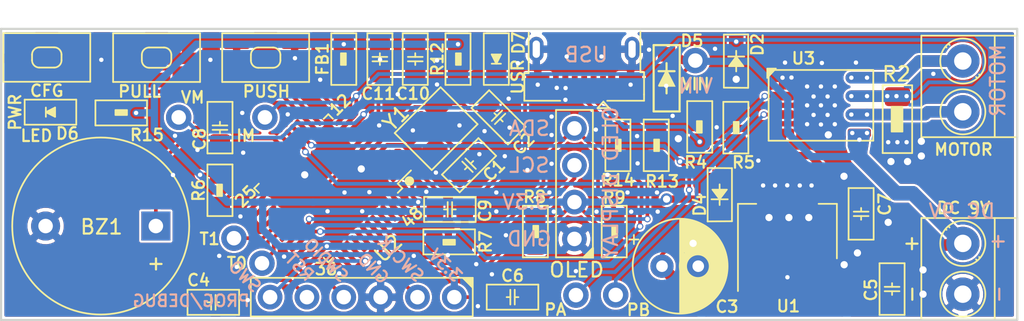
<source format=kicad_pcb>
(kicad_pcb (version 20171130) (host pcbnew "(5.1.10)-1")
  (layers (0 F.Cu signal) (31 B.Cu signal) (34 B.Paste user hide) (35 F.Paste user hide) (36 B.SilkS user hide) (37 F.SilkS user) (38 B.Mask user hide) (39 F.Mask user hide) (44 Edge.Cuts user))
  (net 0 "")
  (net 1 GND)
  (net 2 "Net-(BZ1-Pad1)")
  (net 3 "Net-(C1-Pad1)")
  (net 4 "Net-(C2-Pad1)")
  (net 5 +9V)
  (net 6 +3V3)
  (net 7 "Net-(C10-Pad2)")
  (net 8 /BPUSH)
  (net 9 /IM)
  (net 10 /MB)
  (net 11 /MA)
  (net 12 /SDA)
  (net 13 /SCL)
  (net 14 /PB)
  (net 15 /PA)
  (net 16 /VM)
  (net 17 "Net-(R7-Pad1)")
  (net 18 /BPULL)
  (net 19 /BCFG)
  (net 20 /NRST)
  (net 21 /SWDIO)
  (net 22 "Net-(J5-Pad3)")
  (net 23 "Net-(J5-Pad2)")
  (net 24 /USB_DM)
  (net 25 /USB_DP)
  (net 26 "Net-(D5-Pad2)")
  (net 27 /SWCLK)
  (net 28 "Net-(T0-Pad1)")
  (net 29 "Net-(T1-Pad1)")
  (net 30 "Net-(D6-Pad2)")
  (net 31 "Net-(D7-Pad2)")
  (net 32 /LED13)
  (net 33 /SWO)
  (module Jarin's:R_1206_3216Metric_Pad1.30x1.75mm_HandSolder (layer F.Cu) (at 61.7855 6.223 270)
    (fp_text reference R2 (at -3.1115 0.0635 180) (layer F.SilkS))
    (fp_text value 0)
    (pad 2 smd roundrect (at 1.55 0 270) (size 1.3 1.75) (layers F.Cu F.Paste F.Mask) (roundrect_rratio 0.1923076923076923) (net 1 GND))
    (pad 1 smd roundrect (at -1.55 0 270) (size 1.3 1.75) (layers F.Cu F.Paste F.Mask) (roundrect_rratio 0.1923076923076923) (net 9 /IM))
  )
  (module Jarin's:HSOP-8-1EP_3.9x4.9mm_P1.27mm_EP2.41x3.1mm_ThermalVias (layer F.Cu) (at 56.515 5.2705)
    (fp_text reference U3 (at -1.2065 -3.2385) (layer F.SilkS) (effects (font (size 0.8 0.8))))
    (fp_text value TB67H451FNG)
    (pad 1 thru_hole circle (at 0.4572 0.6604) (size 0.45 0.45) (drill 0.3) (layers *.Cu) (net 1 GND))
    (pad 1 thru_hole circle (at 0.4572 -0.6096) (size 0.45 0.45) (drill 0.3) (layers *.Cu) (net 1 GND))
    (pad 1 thru_hole circle (at -0.508 -0.6096) (size 0.45 0.45) (drill 0.3) (layers *.Cu) (net 1 GND))
    (pad 1 thru_hole circle (at -0.508 0.6604) (size 0.45 0.45) (drill 0.3) (layers *.Cu) (net 1 GND))
    (pad 1 thru_hole circle (at 0 1.3208) (size 0.45 0.45) (drill 0.3) (layers *.Cu) (net 1 GND))
    (pad 1 thru_hole circle (at 0 0) (size 0.45 0.45) (drill 0.3) (layers *.Cu) (net 1 GND))
    (pad 1 thru_hole circle (at 0 -1.3) (size 0.45 0.45) (drill 0.3) (layers *.Cu) (net 1 GND))
    (pad 1 smd rect (at 0 0) (size 2.41 3.1) (layers B.Cu) (net 1 GND))
    (pad 1 thru_hole circle (at 0.955 1.3) (size 0.45 0.45) (drill 0.3) (layers *.Cu) (net 1 GND))
    (pad 1 thru_hole circle (at -0.955 1.3) (size 0.45 0.45) (drill 0.3) (layers *.Cu) (net 1 GND))
    (pad 1 thru_hole circle (at 0.955 0) (size 0.45 0.45) (drill 0.3) (layers *.Cu) (net 1 GND))
    (pad 1 thru_hole circle (at -0.955 0) (size 0.45 0.45) (drill 0.3) (layers *.Cu) (net 1 GND))
    (pad 1 thru_hole circle (at 0.955 -1.3) (size 0.45 0.45) (drill 0.3) (layers *.Cu) (net 1 GND))
    (pad 1 thru_hole circle (at -0.955 -1.3) (size 0.45 0.45) (drill 0.3) (layers *.Cu) (net 1 GND))
    (pad 1 smd rect (at 0 0) (size 2.41 3.1) (layers F.Cu F.Mask) (net 1 GND))
    (pad 8 smd roundrect (at 2.65 -1.905) (size 1.6 0.6) (layers F.Cu F.Paste F.Mask) (net 11 /MA))
    (pad 7 smd roundrect (at 2.65 -0.635) (size 1.6 0.6) (layers F.Cu F.Paste F.Mask) (net 9 /IM))
    (pad 6 smd roundrect (at 2.65 0.635) (size 1.6 0.6) (layers F.Cu F.Paste F.Mask) (net 10 /MB))
    (pad 5 smd roundrect (at 2.65 1.905) (size 1.6 0.6) (layers F.Cu F.Paste F.Mask) (net 5 +9V))
    (pad 4 smd roundrect (at -2.65 1.905) (size 1.6 0.6) (layers F.Cu F.Paste F.Mask) (net 6 +3V3))
    (pad 3 smd roundrect (at -2.65 0.635) (size 1.6 0.6) (layers F.Cu F.Paste F.Mask) (net 14 /PB))
    (pad 2 smd roundrect (at -2.65 -0.635) (size 1.6 0.6) (layers F.Cu F.Paste F.Mask) (net 15 /PA))
    (pad 1 smd roundrect (at -2.65 -1.905) (size 1.6 0.6) (layers F.Cu F.Paste F.Mask) (net 1 GND))
  )
  (module Jarin's:TerminalBlock_1x02_P3.50mm_Horizontal (layer F.Cu) (at 66.294 5.715 90)
    (fp_text reference J1 hide)
    (fp_text value Screw_Terminal_01x02)
    (pad 2 thru_hole circle (at 3.5 0 90) (size 2.3 2.3) (drill 1.2) (layers *.Cu *.Mask) (net 11 /MA))
    (pad 1 thru_hole circle (at 0 0 90) (size 2.3 2.3) (drill 1.2) (layers *.Cu *.Mask) (net 10 /MB))
  )
  (module Jarin's:Crystal_SMD_TSX3225-4Pin_3.2x2.5mm_HandSoldering (layer F.Cu) (at 29.972 6.858 45)
    (fp_text reference Y1 (at -1.436841 -2.44263 45) (layer F.SilkS))
    (fp_text value "TSX-3225 16MHz")
    (pad 4 smd roundrect (at -1.25 -1 45) (size 1.8 1.4) (layers F.Cu F.Paste F.Mask) (net 1 GND))
    (pad 3 smd roundrect (at 1.25 -1 45) (size 1.8 1.4) (layers F.Cu F.Paste F.Mask) (net 4 "Net-(C2-Pad1)"))
    (pad 2 smd roundrect (at 1.25 1 45) (size 1.8 1.4) (layers F.Cu F.Paste F.Mask) (net 1 GND))
    (pad 1 smd roundrect (at -1.25 1 45) (size 1.8 1.4) (layers F.Cu F.Paste F.Mask) (net 3 "Net-(C1-Pad1)"))
  )
  (module Jarin's:PinHeader_1x06_P2.54mm_Vertical (layer F.Cu) (at 31.242 18.4912 270)
    (fp_text reference J4 hide)
    (fp_text value SWDIO)
    (pad 6 thru_hole oval (at 0 12.7 270) (size 1.7 1.7) (drill 1) (layers *.Cu *.Mask) (net 33 /SWO))
    (pad 5 thru_hole oval (at 0 10.16 270) (size 1.7 1.7) (drill 1) (layers *.Cu *.Mask) (net 20 /NRST))
    (pad 4 thru_hole oval (at 0 7.62 270) (size 1.7 1.7) (drill 1) (layers *.Cu *.Mask) (net 21 /SWDIO))
    (pad 3 thru_hole oval (at 0 5.08 270) (size 1.7 1.7) (drill 1) (layers *.Cu *.Mask) (net 1 GND))
    (pad 2 thru_hole oval (at 0 2.54 270) (size 1.7 1.7) (drill 1) (layers *.Cu *.Mask) (net 27 /SWCLK))
    (pad 1 thru_hole circle (at 0 0 270) (size 1.7 1.7) (drill 1) (layers *.Cu *.Mask) (net 6 +3V3))
  )
  (module Jarin's:R_0805_2012Metric_Pad1.15x1.40mm_HandSolder (layer F.Cu) (at 31.496 2.0828 90)
    (fp_text reference R12 (at 0 -1.4224 90) (layer F.SilkS) (effects (font (size 0.8 0.8))))
    (fp_text value 510R)
    (pad 2 smd roundrect (at 1.025 0 90) (size 1.15 1.4) (layers F.Cu F.Paste F.Mask) (roundrect_rratio 0.2173904347826087) (net 6 +3V3))
    (pad 1 smd roundrect (at -1.025 0 90) (size 1.15 1.4) (layers F.Cu F.Paste F.Mask) (roundrect_rratio 0.2173904347826087) (net 31 "Net-(D7-Pad2)"))
  )
  (module Jarin's:SMD_Dioda_0805 (layer F.Cu) (at 34.1376 2.0828 90)
    (fp_text reference D7 (at 1.1176 1.524 270) (layer F.SilkS) (effects (font (size 0.8 0.8))))
    (fp_text value LED_Small_ALT)
    (pad 2 smd roundrect (at 1.025 0 90) (size 1.15 1.4) (layers F.Cu F.Paste F.Mask) (roundrect_rratio 0.2173904347826087) (net 31 "Net-(D7-Pad2)"))
    (pad 1 smd roundrect (at -1.025 0 90) (size 1.15 1.4) (layers F.Cu F.Paste F.Mask) (roundrect_rratio 0.2173904347826087) (net 32 /LED13))
  )
  (module Jarin's:R_0805_2012Metric_Pad1.15x1.40mm_HandSolder (layer F.Cu) (at 8.2804 5.7912 180)
    (fp_text reference R15 (at -1.778 -1.524) (layer F.SilkS) (effects (font (size 0.8 0.8))))
    (fp_text value 510R)
    (pad 2 smd roundrect (at 1.025 0 180) (size 1.15 1.4) (layers F.Cu F.Paste F.Mask) (roundrect_rratio 0.2173904347826087) (net 30 "Net-(D6-Pad2)"))
    (pad 1 smd roundrect (at -1.025 0 180) (size 1.15 1.4) (layers F.Cu F.Paste F.Mask) (roundrect_rratio 0.2173904347826087) (net 6 +3V3))
  )
  (module Jarin's:SMD_Dioda_0805 (layer F.Cu) (at 3.4036 5.7404)
    (fp_text reference D6 (at 1.1684 1.4732) (layer F.SilkS) (effects (font (size 0.8 0.8))))
    (fp_text value LED_Small_ALT)
    (pad 2 smd roundrect (at 1.025 0) (size 1.15 1.4) (layers F.Cu F.Paste F.Mask) (roundrect_rratio 0.2173904347826087) (net 30 "Net-(D6-Pad2)"))
    (pad 1 smd roundrect (at -1.025 0) (size 1.15 1.4) (layers F.Cu F.Paste F.Mask) (roundrect_rratio 0.2173904347826087) (net 1 GND))
  )
  (module Jarin's:Hole_Pad (layer F.Cu) (at 12.2428 6.096)
    (fp_text reference VM1 hide)
    (fp_text value MountingHole_Pad hide)
    (pad 1 thru_hole circle (at 0 0) (size 1.75 1.75) (drill 1) (layers *.Cu *.Mask) (net 16 /VM))
  )
  (module Jarin's:Hole_Pad (layer F.Cu) (at 16.0528 14.4272)
    (fp_text reference T1 hide)
    (fp_text value MountingHole_Pad hide)
    (pad 1 thru_hole circle (at 0 0) (size 1.75 1.75) (drill 1) (layers *.Cu *.Mask) (net 29 "Net-(T1-Pad1)"))
  )
  (module Jarin's:Hole_Pad (layer F.Cu) (at 17.9832 16.1544)
    (fp_text reference T0 hide)
    (fp_text value MountingHole_Pad hide)
    (pad 1 thru_hole circle (at 0 0) (size 1.75 1.75) (drill 1) (layers *.Cu *.Mask) (net 28 "Net-(T0-Pad1)"))
  )
  (module Jarin's:Hole_Pad (layer F.Cu) (at 42.3672 18.3388)
    (fp_text reference MP3 hide)
    (fp_text value MountingHole_Pad hide)
    (pad 1 thru_hole circle (at 0 0) (size 1.75 1.75) (drill 1) (layers *.Cu *.Mask) (net 14 /PB))
  )
  (module Jarin's:Hole_Pad (layer F.Cu) (at 39.624 18.3515)
    (fp_text reference MP2 hide)
    (fp_text value MountingHole_Pad hide)
    (pad 1 thru_hole circle (at 0 0) (size 1.75 1.75) (drill 1) (layers *.Cu *.Mask) (net 15 /PA))
  )
  (module Jarin's:Hole_Pad (layer F.Cu) (at 18.1864 6.096)
    (fp_text reference IM1 hide)
    (fp_text value MountingHole_Pad hide)
    (pad 1 thru_hole circle (at 0 0) (size 1.75 1.75) (drill 1) (layers *.Cu *.Mask) (net 9 /IM))
  )
  (module Jarin's:R_0805_2012Metric_Pad1.15x1.40mm_HandSolder (layer F.Cu) (at 23.622 2.0828 270)
    (fp_text reference FB1 (at 0 1.4732 270) (layer F.SilkS) (effects (font (size 0.8 0.8))))
    (fp_text value MPZ1608S221ATA00)
    (pad 2 smd roundrect (at 1.025 0 270) (size 1.15 1.4) (layers F.Cu F.Paste F.Mask) (roundrect_rratio 0.2173904347826087) (net 7 "Net-(C10-Pad2)"))
    (pad 1 smd roundrect (at -1.025 0 270) (size 1.15 1.4) (layers F.Cu F.Paste F.Mask) (roundrect_rratio 0.2173904347826087) (net 6 +3V3))
  )
  (module Jarin's:R_0805_2012Metric_Pad1.15x1.40mm_HandSolder (layer F.Cu) (at 42.5196 8.0264 90)
    (fp_text reference R14 (at -2.413 0 180) (layer F.SilkS) (effects (font (size 0.8 0.8))))
    (fp_text value 22)
    (pad 2 smd roundrect (at 1.025 0 90) (size 1.15 1.4) (layers F.Cu F.Paste F.Mask) (roundrect_rratio 0.2173904347826087) (net 22 "Net-(J5-Pad3)"))
    (pad 1 smd roundrect (at -1.025 0 90) (size 1.15 1.4) (layers F.Cu F.Paste F.Mask) (roundrect_rratio 0.2173904347826087) (net 25 /USB_DP))
  )
  (module Jarin's:R_0805_2012Metric_Pad1.15x1.40mm_HandSolder (layer F.Cu) (at 45.1612 8.0264 90)
    (fp_text reference R13 (at -2.4892 0.4064 180) (layer F.SilkS) (effects (font (size 0.8 0.8))))
    (fp_text value 22)
    (pad 2 smd roundrect (at 1.025 0 90) (size 1.15 1.4) (layers F.Cu F.Paste F.Mask) (roundrect_rratio 0.2173904347826087) (net 23 "Net-(J5-Pad2)"))
    (pad 1 smd roundrect (at -1.025 0 90) (size 1.15 1.4) (layers F.Cu F.Paste F.Mask) (roundrect_rratio 0.2173904347826087) (net 24 /USB_DM))
  )
  (module Jarin's:R_0805_2012Metric_Pad1.15x1.40mm_HandSolder (layer F.Cu) (at 42.2656 13.97 90)
    (fp_text reference R9 (at 2.3368 0 180) (layer F.SilkS) (effects (font (size 0.8 0.8))))
    (fp_text value 2k2)
    (pad 2 smd roundrect (at 1.025 0 90) (size 1.15 1.4) (layers F.Cu F.Paste F.Mask) (roundrect_rratio 0.2173904347826087) (net 12 /SDA))
    (pad 1 smd roundrect (at -1.025 0 90) (size 1.15 1.4) (layers F.Cu F.Paste F.Mask) (roundrect_rratio 0.2173904347826087) (net 6 +3V3))
  )
  (module Jarin's:R_0805_2012Metric_Pad1.15x1.40mm_HandSolder (layer F.Cu) (at 36.83 13.97 90)
    (fp_text reference R8 (at 2.3876 -0.0508 180) (layer F.SilkS) (effects (font (size 0.8 0.8))))
    (fp_text value 2k2)
    (pad 2 smd roundrect (at 1.025 0 90) (size 1.15 1.4) (layers F.Cu F.Paste F.Mask) (roundrect_rratio 0.2173904347826087) (net 13 /SCL))
    (pad 1 smd roundrect (at -1.025 0 90) (size 1.15 1.4) (layers F.Cu F.Paste F.Mask) (roundrect_rratio 0.2173904347826087) (net 6 +3V3))
  )
  (module Jarin's:R_0805_2012Metric_Pad1.15x1.40mm_HandSolder (layer F.Cu) (at 30.8864 14.6812)
    (fp_text reference R7 (at 2.514472 0 90) (layer F.SilkS) (effects (font (size 0.8 0.8))))
    (fp_text value 10k)
    (pad 2 smd roundrect (at 1.025 0) (size 1.15 1.4) (layers F.Cu F.Paste F.Mask) (roundrect_rratio 0.2173904347826087) (net 1 GND))
    (pad 1 smd roundrect (at -1.025 0) (size 1.15 1.4) (layers F.Cu F.Paste F.Mask) (roundrect_rratio 0.2173904347826087) (net 17 "Net-(R7-Pad1)"))
  )
  (module Jarin's:R_0805_2012Metric_Pad1.15x1.40mm_HandSolder (layer F.Cu) (at 15.0876 11.1252 270)
    (fp_text reference R6 (at 0 1.4732 90) (layer F.SilkS) (effects (font (size 0.8 0.8))))
    (fp_text value 10k)
    (pad 2 smd roundrect (at 1.025 0 270) (size 1.15 1.4) (layers F.Cu F.Paste F.Mask) (roundrect_rratio 0.2173904347826087) (net 20 /NRST))
    (pad 1 smd roundrect (at -1.025 0 270) (size 1.15 1.4) (layers F.Cu F.Paste F.Mask) (roundrect_rratio 0.2173904347826087) (net 6 +3V3))
  )
  (module Jarin's:R_0805_2012Metric_Pad1.15x1.40mm_HandSolder (layer F.Cu) (at 50.6476 6.8072 90)
    (fp_text reference R5 (at -2.4003 0.5334 180) (layer F.SilkS) (effects (font (size 0.8 0.8))))
    (fp_text value 5k6)
    (pad 2 smd roundrect (at 1.025 0 90) (size 1.15 1.4) (layers F.Cu F.Paste F.Mask) (roundrect_rratio 0.2173904347826087) (net 1 GND))
    (pad 1 smd roundrect (at -1.025 0 90) (size 1.15 1.4) (layers F.Cu F.Paste F.Mask) (roundrect_rratio 0.2173904347826087) (net 16 /VM))
  )
  (module Jarin's:R_0805_2012Metric_Pad1.15x1.40mm_HandSolder (layer F.Cu) (at 48.1584 6.7564 270)
    (fp_text reference R4 (at 2.4511 0.2794 180) (layer F.SilkS) (effects (font (size 0.8 0.8))))
    (fp_text value 51k)
    (pad 2 smd roundrect (at 1.025 0 270) (size 1.15 1.4) (layers F.Cu F.Paste F.Mask) (roundrect_rratio 0.2173904347826087) (net 16 /VM))
    (pad 1 smd roundrect (at -1.025 0 270) (size 1.15 1.4) (layers F.Cu F.Paste F.Mask) (roundrect_rratio 0.2173904347826087) (net 5 +9V))
  )
  (module Jarin's:C_0805_2012Metric_Pad1.15x1.40mm_HandSolder (layer F.Cu) (at 26.1112 2.0828 270)
    (fp_text reference C11 (at 2.3876 0.1016 180) (layer F.SilkS) (effects (font (size 0.8 0.8))))
    (fp_text value 104)
    (pad 2 smd roundrect (at 1.025 0 270) (size 1.15 1.4) (layers F.Cu F.Paste F.Mask) (roundrect_rratio 0.2173904347826087) (net 7 "Net-(C10-Pad2)"))
    (pad 1 smd roundrect (at -1.025 0 270) (size 1.15 1.4) (layers F.Cu F.Paste F.Mask) (roundrect_rratio 0.2173904347826087) (net 1 GND))
  )
  (module Jarin's:C_0805_2012Metric_Pad1.15x1.40mm_HandSolder (layer F.Cu) (at 28.5496 2.0828 270)
    (fp_text reference C10 (at 2.3876 0.1524 180) (layer F.SilkS) (effects (font (size 0.8 0.8))))
    (fp_text value 2.2u)
    (pad 2 smd roundrect (at 1.025 0 270) (size 1.15 1.4) (layers F.Cu F.Paste F.Mask) (roundrect_rratio 0.2173904347826087) (net 7 "Net-(C10-Pad2)"))
    (pad 1 smd roundrect (at -1.025 0 270) (size 1.15 1.4) (layers F.Cu F.Paste F.Mask) (roundrect_rratio 0.2173904347826087) (net 1 GND))
  )
  (module Jarin's:C_0805_2012Metric_Pad1.15x1.40mm_HandSolder (layer F.Cu) (at 30.9372 12.446)
    (fp_text reference C9 (at 2.424669 0.089803 90) (layer F.SilkS) (effects (font (size 0.8 0.8))))
    (fp_text value 100n)
    (pad 2 smd roundrect (at 1.025 0) (size 1.15 1.4) (layers F.Cu F.Paste F.Mask) (roundrect_rratio 0.2173904347826087) (net 1 GND))
    (pad 1 smd roundrect (at -1.025 0) (size 1.15 1.4) (layers F.Cu F.Paste F.Mask) (roundrect_rratio 0.2173904347826087) (net 6 +3V3))
  )
  (module Jarin's:C_0805_2012Metric_Pad1.15x1.40mm_HandSolder (layer F.Cu) (at 15.0876 6.8072 90)
    (fp_text reference C8 (at -0.8001 -1.4097 90) (layer F.SilkS) (effects (font (size 0.8 0.8))))
    (fp_text value 100n)
    (pad 2 smd roundrect (at 1.025 0 90) (size 1.15 1.4) (layers F.Cu F.Paste F.Mask) (roundrect_rratio 0.2173904347826087) (net 1 GND))
    (pad 1 smd roundrect (at -1.025 0 90) (size 1.15 1.4) (layers F.Cu F.Paste F.Mask) (roundrect_rratio 0.2173904347826087) (net 6 +3V3))
  )
  (module Jarin's:C_0805_2012Metric_Pad1.15x1.40mm_HandSolder (layer F.Cu) (at 59.2836 12.7508 270)
    (fp_text reference C7 (at -0.6604 -1.6256 90) (layer F.SilkS) (effects (font (size 0.8 0.8))))
    (fp_text value 2.2u)
    (pad 2 smd roundrect (at 1.025 0 270) (size 1.15 1.4) (layers F.Cu F.Paste F.Mask) (roundrect_rratio 0.2173904347826087) (net 6 +3V3))
    (pad 1 smd roundrect (at -1.025 0 270) (size 1.15 1.4) (layers F.Cu F.Paste F.Mask) (roundrect_rratio 0.2173904347826087) (net 1 GND))
  )
  (module Jarin's:C_0805_2012Metric_Pad1.15x1.40mm_HandSolder (layer F.Cu) (at 35.2552 18.4912)
    (fp_text reference C6 (at 0 -1.4732) (layer F.SilkS) (effects (font (size 0.8 0.8))))
    (fp_text value 100n)
    (pad 2 smd roundrect (at 1.025 0) (size 1.15 1.4) (layers F.Cu F.Paste F.Mask) (roundrect_rratio 0.2173904347826087) (net 1 GND))
    (pad 1 smd roundrect (at -1.025 0) (size 1.15 1.4) (layers F.Cu F.Paste F.Mask) (roundrect_rratio 0.2173904347826087) (net 6 +3V3))
  )
  (module Jarin's:C_0805_2012Metric_Pad1.15x1.40mm_HandSolder (layer F.Cu) (at 61.4172 17.9324 90)
    (fp_text reference C5 (at -0.0635 -1.4605 90) (layer F.SilkS) (effects (font (size 0.8 0.8))))
    (fp_text value 1u)
    (pad 2 smd roundrect (at 1.025 0 90) (size 1.15 1.4) (layers F.Cu F.Paste F.Mask) (roundrect_rratio 0.2173904347826087) (net 5 +9V))
    (pad 1 smd roundrect (at -1.025 0 90) (size 1.15 1.4) (layers F.Cu F.Paste F.Mask) (roundrect_rratio 0.2173904347826087) (net 1 GND))
  )
  (module Jarin's:C_0805_2012Metric_Pad1.15x1.40mm_HandSolder (layer F.Cu) (at 14.6304 18.8468 180)
    (fp_text reference C4 (at 1.016 1.524) (layer F.SilkS) (effects (font (size 0.8 0.8))))
    (fp_text value 100n)
    (pad 2 smd roundrect (at 1.025 0 180) (size 1.15 1.4) (layers F.Cu F.Paste F.Mask) (roundrect_rratio 0.2173904347826087) (net 1 GND))
    (pad 1 smd roundrect (at -1.025 0 180) (size 1.15 1.4) (layers F.Cu F.Paste F.Mask) (roundrect_rratio 0.2173904347826087) (net 20 /NRST))
  )
  (module Jarin's:C_0805_2012Metric_Pad1.15x1.40mm_HandSolder (layer F.Cu) (at 34.29 6.096 315)
    (fp_text reference C2 (at 2.514472 0.071842 225) (layer F.SilkS) (effects (font (size 0.8 0.8))))
    (fp_text value 10p)
    (pad 2 smd roundrect (at 1.025 0 315) (size 1.15 1.4) (layers F.Cu F.Paste F.Mask) (roundrect_rratio 0.2173904347826087) (net 1 GND))
    (pad 1 smd roundrect (at -1.025 0 315) (size 1.15 1.4) (layers F.Cu F.Paste F.Mask) (roundrect_rratio 0.2173904347826087) (net 4 "Net-(C2-Pad1)"))
  )
  (module Jarin's:C_0805_2012Metric_Pad1.15x1.40mm_HandSolder (layer F.Cu) (at 32.258 9.398 45)
    (fp_text reference C1 (at 0.969868 1.472762 45) (layer F.SilkS) (effects (font (size 0.8 0.8))))
    (fp_text value 10p)
    (pad 2 smd roundrect (at 1.025 0 45) (size 1.15 1.4) (layers F.Cu F.Paste F.Mask) (roundrect_rratio 0.2173904347826087) (net 1 GND))
    (pad 1 smd roundrect (at -1.025 0 45) (size 1.15 1.4) (layers F.Cu F.Paste F.Mask) (roundrect_rratio 0.2173904347826087) (net 3 "Net-(C1-Pad1)"))
  )
  (module Jarin's:KEY-SMD-4.2X3.2X2.5-White (layer F.Cu) (at 3.1496 1.9685 180)
    (fp_text reference SW3 hide)
    (fp_text value TactSwichWhite)
    (pad 4 smd roundrect (at 2 1.1 180) (size 1.8 1) (layers F.Cu F.Paste F.Mask) (roundrect_rratio 0.15) (net 1 GND))
    (pad 3 smd roundrect (at -2 1.1 180) (size 1.8 1) (layers F.Cu F.Paste F.Mask) (roundrect_rratio 0.15) (net 1 GND))
    (pad 2 smd roundrect (at 2 -1.1 180) (size 1.8 1) (layers F.Cu F.Paste F.Mask) (roundrect_rratio 0.15) (net 19 /BCFG))
    (pad 1 smd roundrect (at -2 -1.1 180) (size 1.8 1) (layers F.Cu F.Paste F.Mask) (roundrect_rratio 0.15) (net 19 /BCFG))
  )
  (module Jarin's:KEY-SMD-4.2X3.2X2.5-White (layer F.Cu) (at 10.7188 1.9812 180)
    (fp_text reference SW2 hide)
    (fp_text value TactSwichWhite)
    (pad 4 smd roundrect (at 2 1.1 180) (size 1.8 1) (layers F.Cu F.Paste F.Mask) (roundrect_rratio 0.15) (net 1 GND))
    (pad 3 smd roundrect (at -2 1.1 180) (size 1.8 1) (layers F.Cu F.Paste F.Mask) (roundrect_rratio 0.15) (net 1 GND))
    (pad 2 smd roundrect (at 2 -1.1 180) (size 1.8 1) (layers F.Cu F.Paste F.Mask) (roundrect_rratio 0.15) (net 18 /BPULL))
    (pad 1 smd roundrect (at -2 -1.1 180) (size 1.8 1) (layers F.Cu F.Paste F.Mask) (roundrect_rratio 0.15) (net 18 /BPULL))
  )
  (module Jarin's:KEY-SMD-4.2X3.2X2.5-White (layer F.Cu) (at 18.2372 1.9812 180)
    (fp_text reference SW1 hide)
    (fp_text value TactSwichWhite)
    (pad 4 smd roundrect (at 2 1.1 180) (size 1.8 1) (layers F.Cu F.Paste F.Mask) (roundrect_rratio 0.15) (net 1 GND))
    (pad 3 smd roundrect (at -2 1.1 180) (size 1.8 1) (layers F.Cu F.Paste F.Mask) (roundrect_rratio 0.15) (net 1 GND))
    (pad 2 smd roundrect (at 2 -1.1 180) (size 1.8 1) (layers F.Cu F.Paste F.Mask) (roundrect_rratio 0.15) (net 8 /BPUSH))
    (pad 1 smd roundrect (at -2 -1.1 180) (size 1.8 1) (layers F.Cu F.Paste F.Mask) (roundrect_rratio 0.15) (net 8 /BPUSH))
  )
  (module Jarin's:D_SOD-323_HandSoldering (layer F.Cu) (at 49.53 11.43 90)
    (fp_text reference D4 (at -0.7112 -1.3716 270) (layer F.SilkS) (effects (font (size 0.8 0.8))))
    (fp_text value 16V)
    (pad 2 smd rect (at 1.25 0 90) (size 1 1) (layers F.Cu F.Paste F.Mask) (net 1 GND))
    (pad 1 smd rect (at -1.25 0 90) (size 1 1) (layers F.Cu F.Paste F.Mask) (net 5 +9V))
  )
  (module Jarin's:D_SOD-323_HandSoldering (layer F.Cu) (at 50.673 2.2225 270)
    (fp_text reference D2 (at -1.143 -1.4605 90) (layer F.SilkS) (effects (font (size 0.8 0.8))))
    (fp_text value 3.3V)
    (pad 2 smd rect (at 1.25 0 270) (size 1 1) (layers F.Cu F.Paste F.Mask) (net 1 GND))
    (pad 1 smd rect (at -1.25 0 270) (size 1 1) (layers F.Cu F.Paste F.Mask) (net 9 /IM))
  )
  (module Jarin's:Hole_Pad (layer F.Cu) (at 47.8536 2.1844)
    (fp_text reference MP1 hide)
    (fp_text value MountingHole_Pad hide)
    (pad 1 thru_hole circle (at 0 0) (size 1.75 1.75) (drill 1) (layers *.Cu *.Mask) (net 5 +9V))
  )
  (module Jarin's:D_SOD-123 (layer F.Cu) (at 45.8724 3.4036 270)
    (fp_text reference D5 (at -2.5781 -1.7526 180) (layer F.SilkS) (effects (font (size 0.8 0.8))))
    (fp_text value MBR130LSFT1G)
    (pad 2 smd rect (at 1.65 0 270) (size 1 1.2) (layers F.Cu F.Paste F.Mask) (net 26 "Net-(D5-Pad2)"))
    (pad 1 smd rect (at -1.65 0 270) (size 1 1.2) (layers F.Cu F.Paste F.Mask) (net 5 +9V))
  )
  (module Jarin's:USB_Micro-B_Amphenol_10118193-0001LF_Horizontal (layer F.Cu) (at 40.1935 1.397 180)
    (fp_text reference J5 hide)
    (fp_text value USB_Micro)
    (pad 6 smd rect (at 1.2 0 270) (size 1.9 1.9) (layers F.Cu F.Paste F.Mask) (net 1 GND))
    (pad 6 smd rect (at -1.2 0 270) (size 1.9 1.9) (layers F.Cu F.Paste F.Mask) (net 1 GND))
    (pad 6 thru_hole oval (at 3.3 0 270) (size 1.7 1) (drill oval 1.2 0.5) (layers *.Cu *.Mask) (net 1 GND))
    (pad 6 thru_hole oval (at -3.3 0 270) (size 1.7 1) (drill oval 1.2 0.5) (layers *.Cu *.Mask) (net 1 GND))
    (pad 5 smd rect (at 1.3 -2.675 270) (size 1.65 0.4) (layers F.Cu F.Paste F.Mask) (net 1 GND))
    (pad 4 smd rect (at 0.65 -2.675 270) (size 1.65 0.4) (layers F.Cu F.Paste F.Mask))
    (pad 3 smd rect (at 0 -2.675 270) (size 1.65 0.4) (layers F.Cu F.Paste F.Mask) (net 22 "Net-(J5-Pad3)"))
    (pad 2 smd rect (at -0.65 -2.675 270) (size 1.65 0.4) (layers F.Cu F.Paste F.Mask) (net 23 "Net-(J5-Pad2)"))
    (pad 1 smd rect (at -1.3 -2.675 270) (size 1.65 0.4) (layers F.Cu F.Paste F.Mask) (net 26 "Net-(D5-Pad2)"))
    (pad 6 smd rect (at 3.2 -2.45 180) (size 1.6 1.4) (layers F.Cu F.Paste F.Mask) (net 1 GND))
    (pad 6 smd rect (at -3.2 -2.45 180) (size 1.6 1.4) (layers F.Cu F.Paste F.Mask) (net 1 GND))
  )
  (module Package_QFP:LQFP-48_7x7mm_P0.5mm (layer F.Cu) (at 22.5552 10.9855 225)
    (fp_text reference U2 (at 0 -5.85 45) (layer F.SilkS))
    (fp_text value STM32F103C8Tx)
    (pad 48 smd roundrect (at -2.75 -4.1625 225) (size 0.3 1.475) (layers F.Cu F.Paste F.Mask) (net 6 +3V3))
    (pad 47 smd roundrect (at -2.25 -4.1625 225) (size 0.3 1.475) (layers F.Cu F.Paste F.Mask) (net 1 GND))
    (pad 46 smd roundrect (at -1.75 -4.1625 225) (size 0.3 1.475) (layers F.Cu F.Paste F.Mask))
    (pad 45 smd roundrect (at -1.25 -4.1625 225) (size 0.3 1.475) (layers F.Cu F.Paste F.Mask))
    (pad 44 smd roundrect (at -0.75 -4.1625 225) (size 0.3 1.475) (layers F.Cu F.Paste F.Mask) (net 17 "Net-(R7-Pad1)"))
    (pad 43 smd roundrect (at -0.25 -4.1625 225) (size 0.3 1.475) (layers F.Cu F.Paste F.Mask) (net 12 /SDA))
    (pad 42 smd roundrect (at 0.25 -4.1625 225) (size 0.3 1.475) (layers F.Cu F.Paste F.Mask) (net 13 /SCL))
    (pad 41 smd roundrect (at 0.75 -4.1625 225) (size 0.3 1.475) (layers F.Cu F.Paste F.Mask))
    (pad 40 smd roundrect (at 1.25 -4.1625 225) (size 0.3 1.475) (layers F.Cu F.Paste F.Mask))
    (pad 39 smd roundrect (at 1.75 -4.1625 225) (size 0.3 1.475) (layers F.Cu F.Paste F.Mask) (net 33 /SWO))
    (pad 38 smd roundrect (at 2.25 -4.1625 225) (size 0.3 1.475) (layers F.Cu F.Paste F.Mask))
    (pad 37 smd roundrect (at 2.75 -4.1625 225) (size 0.3 1.475) (layers F.Cu F.Paste F.Mask) (net 27 /SWCLK))
    (pad 36 smd roundrect (at 4.1625 -2.75 225) (size 1.475 0.3) (layers F.Cu F.Paste F.Mask) (net 6 +3V3))
    (pad 35 smd roundrect (at 4.1625 -2.25 225) (size 1.475 0.3) (layers F.Cu F.Paste F.Mask) (net 1 GND))
    (pad 34 smd roundrect (at 4.1625 -1.75 225) (size 1.475 0.3) (layers F.Cu F.Paste F.Mask) (net 21 /SWDIO))
    (pad 33 smd roundrect (at 4.1625 -1.25 225) (size 1.475 0.3) (layers F.Cu F.Paste F.Mask) (net 25 /USB_DP))
    (pad 32 smd roundrect (at 4.1625 -0.75 225) (size 1.475 0.3) (layers F.Cu F.Paste F.Mask) (net 24 /USB_DM))
    (pad 31 smd roundrect (at 4.1625 -0.25 225) (size 1.475 0.3) (layers F.Cu F.Paste F.Mask))
    (pad 30 smd roundrect (at 4.1625 0.25 225) (size 1.475 0.3) (layers F.Cu F.Paste F.Mask) (net 28 "Net-(T0-Pad1)"))
    (pad 29 smd roundrect (at 4.1625 0.75 225) (size 1.475 0.3) (layers F.Cu F.Paste F.Mask) (net 29 "Net-(T1-Pad1)"))
    (pad 28 smd roundrect (at 4.1625 1.25 225) (size 1.475 0.3) (layers F.Cu F.Paste F.Mask))
    (pad 27 smd roundrect (at 4.1625 1.75 225) (size 1.475 0.3) (layers F.Cu F.Paste F.Mask))
    (pad 26 smd roundrect (at 4.1625 2.25 225) (size 1.475 0.3) (layers F.Cu F.Paste F.Mask))
    (pad 25 smd roundrect (at 4.1625 2.75 225) (size 1.475 0.3) (layers F.Cu F.Paste F.Mask))
    (pad 24 smd roundrect (at 2.75 4.1625 225) (size 0.3 1.475) (layers F.Cu F.Paste F.Mask) (net 6 +3V3))
    (pad 23 smd roundrect (at 2.25 4.1625 225) (size 0.3 1.475) (layers F.Cu F.Paste F.Mask) (net 1 GND))
    (pad 22 smd roundrect (at 1.75 4.1625 225) (size 0.3 1.475) (layers F.Cu F.Paste F.Mask))
    (pad 21 smd roundrect (at 1.25 4.1625 225) (size 0.3 1.475) (layers F.Cu F.Paste F.Mask))
    (pad 20 smd roundrect (at 0.75 4.1625 225) (size 0.3 1.475) (layers F.Cu F.Paste F.Mask))
    (pad 19 smd roundrect (at 0.25 4.1625 225) (size 0.3 1.475) (layers F.Cu F.Paste F.Mask) (net 2 "Net-(BZ1-Pad1)"))
    (pad 18 smd roundrect (at -0.25 4.1625 225) (size 0.3 1.475) (layers F.Cu F.Paste F.Mask))
    (pad 17 smd roundrect (at -0.75 4.1625 225) (size 0.3 1.475) (layers F.Cu F.Paste F.Mask) (net 14 /PB))
    (pad 16 smd roundrect (at -1.25 4.1625 225) (size 0.3 1.475) (layers F.Cu F.Paste F.Mask) (net 15 /PA))
    (pad 15 smd roundrect (at -1.75 4.1625 225) (size 0.3 1.475) (layers F.Cu F.Paste F.Mask))
    (pad 14 smd roundrect (at -2.25 4.1625 225) (size 0.3 1.475) (layers F.Cu F.Paste F.Mask) (net 19 /BCFG))
    (pad 13 smd roundrect (at -2.75 4.1625 225) (size 0.3 1.475) (layers F.Cu F.Paste F.Mask) (net 18 /BPULL))
    (pad 12 smd roundrect (at -4.1625 2.75 225) (size 1.475 0.3) (layers F.Cu F.Paste F.Mask) (net 8 /BPUSH))
    (pad 11 smd roundrect (at -4.1625 2.25 225) (size 1.475 0.3) (layers F.Cu F.Paste F.Mask) (net 9 /IM))
    (pad 10 smd roundrect (at -4.1625 1.75 225) (size 1.475 0.3) (layers F.Cu F.Paste F.Mask) (net 16 /VM))
    (pad 9 smd roundrect (at -4.1625 1.25 225) (size 1.475 0.3) (layers F.Cu F.Paste F.Mask) (net 7 "Net-(C10-Pad2)"))
    (pad 8 smd roundrect (at -4.1625 0.75 225) (size 1.475 0.3) (layers F.Cu F.Paste F.Mask) (net 1 GND))
    (pad 7 smd roundrect (at -4.1625 0.25 225) (size 1.475 0.3) (layers F.Cu F.Paste F.Mask) (net 20 /NRST))
    (pad 6 smd roundrect (at -4.1625 -0.25 225) (size 1.475 0.3) (layers F.Cu F.Paste F.Mask) (net 4 "Net-(C2-Pad1)"))
    (pad 5 smd roundrect (at -4.1625 -0.75 225) (size 1.475 0.3) (layers F.Cu F.Paste F.Mask) (net 3 "Net-(C1-Pad1)"))
    (pad 4 smd roundrect (at -4.1625 -1.25 225) (size 1.475 0.3) (layers F.Cu F.Paste F.Mask))
    (pad 3 smd roundrect (at -4.1625 -1.75 225) (size 1.475 0.3) (layers F.Cu F.Paste F.Mask))
    (pad 2 smd roundrect (at -4.1625 -2.25 225) (size 1.475 0.3) (layers F.Cu F.Paste F.Mask) (net 32 /LED13))
    (pad 1 smd roundrect (at -4.1625 -2.75 225) (size 1.475 0.3) (layers F.Cu F.Paste F.Mask) (net 6 +3V3))
  )
  (module Jarin's:TerminalBlock_1x02_P3.50mm_Horizontal (layer F.Cu) (at 66.294 18.288 90)
    (fp_text reference J2 hide)
    (fp_text value Screw_Terminal_01x02)
    (pad 2 thru_hole circle (at 3.5 0 90) (size 2.3 2.3) (drill 1.2) (layers *.Cu *.Mask) (net 5 +9V))
    (pad 1 thru_hole circle (at 0 0 90) (size 2.3 2.3) (drill 1.2) (layers *.Cu *.Mask) (net 1 GND))
  )
  (module Package_TO_SOT_SMD:SOT-223-3_TabPin2 (layer F.Cu) (at 54.2036 13.97 90)
    (fp_text reference U1 (at -5.1435 0.0635 180) (layer F.SilkS) (effects (font (size 0.8 0.8))))
    (fp_text value MCP1826S-3.3)
    (pad 1 smd rect (at -3.15 -2.3 90) (size 2 1.5) (layers F.Cu F.Paste F.Mask) (net 5 +9V))
    (pad 3 smd rect (at -3.15 2.3 90) (size 2 1.5) (layers F.Cu F.Paste F.Mask) (net 6 +3V3))
    (pad 2 smd rect (at -3.15 0 90) (size 2 1.5) (layers F.Cu F.Paste F.Mask) (net 1 GND))
    (pad 2 smd rect (at 3.15 0 90) (size 2 3.8) (layers F.Cu F.Paste F.Mask) (net 1 GND))
  )
  (module Jarin's:PinHeader_1x04_P2.54mm_Vertical (layer F.Cu) (at 39.5224 14.478 180)
    (fp_text reference J3 hide)
    (fp_text value Display)
    (pad 4 thru_hole oval (at 0 7.62 180) (size 1.7 1.7) (drill 1) (layers *.Cu *.Mask) (net 12 /SDA))
    (pad 3 thru_hole oval (at 0 5.08 180) (size 1.7 1.7) (drill 1) (layers *.Cu *.Mask) (net 13 /SCL))
    (pad 2 thru_hole oval (at 0 2.54 180) (size 1.7 1.7) (drill 1) (layers *.Cu *.Mask) (net 6 +3V3))
    (pad 1 thru_hole circle (at 0 0 180) (size 1.7 1.7) (drill 1) (layers *.Cu *.Mask) (net 1 GND))
  )
  (module Jarin's:CP_Radial_D6.3mm_P2.50mm (layer F.Cu) (at 45.5568 16.3576)
    (fp_text reference C3 (at 4.4812 2.794) (layer F.SilkS) (effects (font (size 0.8 0.8))))
    (fp_text value 100u/35V)
    (pad 2 thru_hole circle (at 2.5 0) (size 1.6 1.6) (drill 0.8) (layers *.Cu *.Mask) (net 1 GND))
    (pad 1 thru_hole circle (at 0 0) (size 1.6 1.6) (drill 0.8) (layers *.Cu *.Mask) (net 5 +9V))
  )
  (module Buzzer_Beeper:Buzzer_12x9.5RM7.6 (layer F.Cu) (at 10.668 13.589 180)
    (fp_text reference BZ1 (at 3.7465 -0.0635) (layer F.SilkS))
    (fp_text value Buzzer)
    (fp_text user + (at -0.01 -2.54) (layer F.SilkS))
    (pad 2 thru_hole circle (at 7.6 0 180) (size 2 2) (drill 1) (layers *.Cu *.Mask) (net 1 GND))
    (pad 1 thru_hole rect (at 0 0 180) (size 2 2) (drill 1) (layers *.Cu *.Mask) (net 2 "Net-(BZ1-Pad1)"))
  )
  (gr_text VIN (at 47.879 3.81) (layer F.SilkS) (effects (font (size 0.8 0.8))))
  (gr_text USR (at 35.6108 3.302 90) (layer F.SilkS) (effects (font (size 0.8 0.8))))
  (gr_text LED (at 2.4384 7.366) (layer F.SilkS) (effects (font (size 0.8 0.8))))
  (gr_text PWR (at 0.9652 5.7404 90) (layer F.SilkS) (effects (font (size 0.8 0.8))))
  (gr_text 48 (at 28.3464 13.0048 45) (layer F.SilkS) (effects (font (size 0.8 0.8))))
  (gr_text 36 (at 22.4028 16.5608) (layer F.SilkS) (effects (font (size 0.8 0.8))))
  (gr_text 25 (at 16.8656 11.5443 45) (layer F.SilkS) (effects (font (size 0.8 0.8))))
  (gr_text 12 (at 23.368 5.2324 45) (layer F.SilkS) (effects (font (size 0.8 0.8))))
  (gr_text SWO (at 16.8148 17.0688 -45) (layer B.SilkS) (effects (font (size 0.8 0.8)) (justify mirror)))
  (gr_text PB (at 43.942 19.3675) (layer F.SilkS) (effects (font (size 0.8 0.8))))
  (gr_text PA (at 38.2016 19.3548) (layer F.SilkS) (effects (font (size 0.8 0.8))))
  (gr_text IM (at 16.8656 7.366) (layer F.SilkS) (effects (font (size 0.8 0.8))))
  (gr_text VM (at 13.208 4.7244) (layer F.SilkS) (effects (font (size 0.8 0.8))))
  (gr_text T1 (at 14.3764 14.478) (layer F.SilkS) (effects (font (size 0.8 0.8))))
  (gr_text T0 (at 16.256 16.1544) (layer F.SilkS) (effects (font (size 0.8 0.8))))
  (gr_text OLED (at 39.6748 16.6116) (layer F.SilkS) (effects (font (size 1 1))))
  (gr_text VIN (at 47.879 3.937) (layer B.SilkS) (effects (font (size 1 1)) (justify mirror)))
  (gr_text USB (at 40.3225 1.778) (layer B.SilkS) (effects (font (size 1 1)) (justify mirror)))
  (gr_text 3.3V (at 30.6324 16.3068 315) (layer B.SilkS) (effects (font (size 0.8 0.8)) (justify mirror)))
  (gr_text RST (at 20.574 16.4084 315) (layer B.SilkS) (effects (font (size 0.8 0.8)) (justify mirror)))
  (gr_text SWDIO (at 22.4028 15.9512 315) (layer B.SilkS) (effects (font (size 0.8 0.8)) (justify mirror)))
  (gr_text GND (at 25.654 16.51 315) (layer B.SilkS) (effects (font (size 0.8 0.8)) (justify mirror)))
  (gr_text SWCLK (at 27.5336 15.8496 315) (layer B.SilkS) (effects (font (size 0.8 0.8)) (justify mirror)))
  (gr_text PROG/DEBUG (at 13.1064 18.7452) (layer B.SilkS) (effects (font (size 0.8 0.8)) (justify mirror)))
  (gr_text "OLED DISPLAY" (at 42.0116 10.6172 90) (layer B.SilkS) (effects (font (size 1 1)) (justify mirror)))
  (gr_text GND (at 36.4109 14.478) (layer B.SilkS) (effects (font (size 1 1)) (justify mirror)))
  (gr_text 3.3V (at 36.1569 11.938) (layer B.SilkS) (effects (font (size 1 1)) (justify mirror)))
  (gr_text "SCL\n" (at 36.4109 9.398) (layer B.SilkS) (effects (font (size 1 1)) (justify mirror)))
  (gr_text SDA (at 36.4109 6.858) (layer B.SilkS) (effects (font (size 1 1)) (justify mirror)))
  (gr_text MOTOR (at 68.707 3.556 90) (layer B.SilkS) (effects (font (size 1 1)) (justify mirror)))
  (gr_text "DC 9V" (at 66.2305 12.573) (layer B.SilkS) (effects (font (size 1 1)) (justify mirror)))
  (gr_text - (at 68.7324 18.288 90) (layer B.SilkS) (effects (font (size 1 1)) (justify mirror)))
  (gr_text + (at 68.7324 14.5796) (layer B.SilkS) (effects (font (size 1 1)) (justify mirror)))
  (gr_text - (at 62.738 18.288 90) (layer F.SilkS) (effects (font (size 1 1))))
  (gr_text + (at 62.7888 14.732) (layer F.SilkS) (effects (font (size 1 1))))
  (gr_text "DC 9V" (at 66.3448 12.3444) (layer F.SilkS) (effects (font (size 0.8 0.8))))
  (gr_text MOTOR (at 66.3448 8.3185) (layer F.SilkS) (effects (font (size 0.8 0.8))))
  (gr_text PUSH (at 18.288 4.318) (layer F.SilkS) (effects (font (size 0.8 0.8))))
  (gr_text PULL (at 9.5504 4.318) (layer F.SilkS) (effects (font (size 0.8 0.8))))
  (gr_text CFG (at 3.1496 4.2672) (layer F.SilkS) (effects (font (size 0.8 0.8))))
  (gr_line (start 28.053398 10.4902) (end 28.2067 10.4902) (layer F.SilkS) (width 0.12))
  (gr_circle (center 28.1432 10.4902) (end 28.3337 10.6807) (layer F.SilkS) (width 0.12))
  (gr_circle (center 28.1432 10.4902) (end 28.2067 10.5537) (layer F.SilkS) (width 0.12))
  (gr_circle (center 28.1432 10.4902) (end 28.2702 10.6172) (layer F.SilkS) (width 0.12))
  (gr_line (start 0 20.066) (end 0 0) (layer Edge.Cuts) (width 0.15))
  (gr_line (start 70.0405 20.066) (end 0 20.066) (layer Edge.Cuts) (width 0.15))
  (gr_line (start 70.0405 0) (end 70.0405 20.066) (layer Edge.Cuts) (width 0.15))
  (gr_line (start 0 0) (end 70.0405 0) (layer Edge.Cuts) (width 0.15))
  (via (at 38.9001 4.8895) (size 0.45) (drill 0.3) (layers F.Cu B.Cu) (net 1))
  (via (at 38.9128 4.0767) (size 0.45) (drill 0.3) (layers F.Cu B.Cu) (net 1))
  (via (at 54.483 3.3528) (size 0.45) (drill 0.3) (layers F.Cu B.Cu) (net 1))
  (via (at 38.989 1.905) (size 0.45) (drill 0.3) (layers F.Cu B.Cu) (net 1))
  (via (at 41.3893 1.905) (size 0.45) (drill 0.3) (layers F.Cu B.Cu) (net 1))
  (via (at 35.052 6.8072) (size 0.45) (drill 0.3) (layers F.Cu B.Cu) (net 1))
  (via (at 28.3845 6.9977) (size 0.45) (drill 0.3) (layers F.Cu B.Cu) (net 1))
  (via (at 62.4205 7.8105) (size 0.45) (drill 0.3) (layers F.Cu B.Cu) (net 1))
  (via (at 61.1505 7.8105) (size 0.45) (drill 0.3) (layers F.Cu B.Cu) (net 1))
  (via (at 31.5976 6.6548) (size 0.45) (drill 0.3) (layers F.Cu B.Cu) (net 1))
  (via (at 32.9692 8.636) (size 0.45) (drill 0.3) (layers F.Cu B.Cu) (net 1))
  (via (at 54.1909 10.7823) (size 0.45) (drill 0.3) (layers F.Cu B.Cu) (net 1))
  (via (at 55.0545 10.795) (size 0.45) (drill 0.3) (layers F.Cu B.Cu) (net 1))
  (via (at 55.8673 10.795) (size 0.45) (drill 0.3) (layers F.Cu B.Cu) (net 1))
  (via (at 53.3527 10.795) (size 0.45) (drill 0.3) (layers F.Cu B.Cu) (net 1))
  (via (at 52.5272 10.795) (size 0.45) (drill 0.3) (layers F.Cu B.Cu) (net 1))
  (segment (start 36.9935 4.1645) (end 36.967 4.191) (width 0.254) (layer F.Cu) (net 1))
  (segment (start 43.4935 3.747) (end 43.3935 3.847) (width 0.254) (layer F.Cu) (net 1))
  (segment (start 43.4935 1.397) (end 43.4935 3.747) (width 0.254) (layer F.Cu) (net 1))
  (segment (start 36.8935 3.747) (end 36.9935 3.847) (width 0.254) (layer F.Cu) (net 1))
  (segment (start 36.8935 1.397) (end 36.8935 3.747) (width 0.254) (layer F.Cu) (net 1))
  (segment (start 36.8935 1.397) (end 38.9935 1.397) (width 0.254) (layer F.Cu) (net 1))
  (segment (start 38.9935 1.397) (end 41.3935 1.397) (width 0.254) (layer F.Cu) (net 1))
  (segment (start 41.3935 1.397) (end 43.4935 1.397) (width 0.254) (layer F.Cu) (net 1))
  (via (at 29.972 9.906) (size 0.45) (drill 0.3) (layers F.Cu B.Cu) (net 1))
  (via (at 23.6728 11.2776) (size 0.45) (drill 0.3) (layers F.Cu B.Cu) (net 1))
  (via (at 63.5508 18.288) (size 0.8) (drill 0.5) (layers F.Cu B.Cu) (net 1))
  (via (at 63.5508 16.6116) (size 0.8) (drill 0.5) (layers F.Cu B.Cu) (net 1))
  (via (at 47.7012 14.7828) (size 0.8) (drill 0.5) (layers F.Cu B.Cu) (net 1))
  (via (at 58.1152 16.256) (size 0.8) (drill 0.5) (layers F.Cu B.Cu) (net 1))
  (via (at 59.0296 15.4432) (size 0.8) (drill 0.5) (layers F.Cu B.Cu) (net 1))
  (via (at 54.2036 17.12) (size 0.45) (drill 0.3) (layers F.Cu B.Cu) (net 1))
  (via (at 55.6768 13.0048) (size 0.8) (drill 0.5) (layers F.Cu B.Cu) (net 1))
  (via (at 54.3052 13.0048) (size 0.8) (drill 0.5) (layers F.Cu B.Cu) (net 1))
  (via (at 52.9336 13.0048) (size 0.8) (drill 0.5) (layers F.Cu B.Cu) (net 1))
  (via (at 37.9476 7.3152) (size 0.45) (drill 0.3) (layers F.Cu B.Cu) (net 1))
  (via (at 46.6852 7.5692) (size 0.8) (drill 0.5) (layers F.Cu B.Cu) (net 1))
  (via (at 43.434 12.5984) (size 0.45) (drill 0.3) (layers F.Cu B.Cu) (net 1))
  (via (at 33.8328 16.9164) (size 0.45) (drill 0.3) (layers F.Cu B.Cu) (net 1))
  (via (at 37.7952 11.2776) (size 0.45) (drill 0.3) (layers F.Cu B.Cu) (net 1))
  (via (at 41.0464 12.5984) (size 0.45) (drill 0.3) (layers F.Cu B.Cu) (net 1))
  (via (at 38.1 12.5984) (size 0.45) (drill 0.3) (layers F.Cu B.Cu) (net 1))
  (via (at 37.9476 9.2964) (size 0.45) (drill 0.3) (layers F.Cu B.Cu) (net 1))
  (via (at 34.1376 11.2776) (size 0.45) (drill 0.3) (layers F.Cu B.Cu) (net 1))
  (via (at 37.9476 6.0452) (size 0.45) (drill 0.3) (layers F.Cu B.Cu) (net 1))
  (via (at 28.448 15.6464) (size 0.45) (drill 0.3) (layers F.Cu B.Cu) (net 1))
  (via (at 20.9296 10.0584) (size 0.8) (drill 0.5) (layers F.Cu B.Cu) (net 1))
  (via (at 26.0604 6.6548) (size 0.45) (drill 0.3) (layers F.Cu B.Cu) (net 1))
  (via (at 19.5072 15.6972) (size 0.45) (drill 0.3) (layers F.Cu B.Cu) (net 1))
  (via (at 29.3116 11.2268) (size 0.45) (drill 0.3) (layers F.Cu B.Cu) (net 1))
  (via (at 26.0604 16.1036) (size 0.45) (drill 0.3) (layers F.Cu B.Cu) (net 1))
  (via (at 34.798 14.224) (size 0.45) (drill 0.3) (layers F.Cu B.Cu) (net 1))
  (via (at 19.7612 5.8928) (size 0.45) (drill 0.3) (layers F.Cu B.Cu) (net 1))
  (via (at 11.9888 7.366) (size 0.45) (drill 0.3) (layers F.Cu B.Cu) (net 1))
  (via (at 14.4272 2.1336) (size 0.45) (drill 0.3) (layers F.Cu B.Cu) (net 1))
  (via (at 6.9088 2.1336) (size 0.45) (drill 0.3) (layers F.Cu B.Cu) (net 1))
  (via (at 21.9964 3.5052) (size 0.45) (drill 0.3) (layers F.Cu B.Cu) (net 1))
  (via (at 43.18 11.2776) (size 0.45) (drill 0.3) (layers F.Cu B.Cu) (net 1))
  (via (at 45.212 11.2776) (size 0.45) (drill 0.3) (layers F.Cu B.Cu) (net 1))
  (via (at 45.2628 12.5984) (size 0.45) (drill 0.3) (layers F.Cu B.Cu) (net 1))
  (via (at 15.0368 15.6464) (size 0.45) (drill 0.3) (layers F.Cu B.Cu) (net 1))
  (via (at 63.4365 7.747) (size 0.8) (drill 0.5) (layers F.Cu B.Cu) (net 1))
  (via (at 52.197 9.0805) (size 0.45) (drill 0.3) (layers F.Cu B.Cu) (net 1))
  (via (at 24.8285 9.652) (size 0.8) (drill 0.5) (layers F.Cu B.Cu) (net 1))
  (via (at 50.673 3.4725) (size 0.8) (drill 0.5) (layers F.Cu B.Cu) (net 1))
  (via (at 58.928 2.3241) (size 0.45) (drill 0.3) (layers F.Cu B.Cu) (net 1))
  (via (at 56.5785 2.3495) (size 0.45) (drill 0.3) (layers F.Cu B.Cu) (net 1))
  (via (at 54.0385 2.3241) (size 0.45) (drill 0.3) (layers F.Cu B.Cu) (net 1))
  (via (at 61.7855 7.8105) (size 0.45) (drill 0.3) (layers F.Cu B.Cu) (net 1))
  (via (at 61.341 9.144) (size 0.8) (drill 0.5) (layers F.Cu B.Cu) (net 1))
  (via (at 62.484 9.144) (size 0.8) (drill 0.5) (layers F.Cu B.Cu) (net 1))
  (via (at 63.4365 8.763) (size 0.8) (drill 0.5) (layers F.Cu B.Cu) (net 1))
  (via (at 49.2125 1.3716) (size 0.45) (drill 0.3) (layers F.Cu B.Cu) (net 1))
  (via (at 43.8785 9.271) (size 0.45) (drill 0.3) (layers F.Cu B.Cu) (net 1))
  (via (at 61.1505 13.335) (size 0.8) (drill 0.5) (layers F.Cu B.Cu) (net 1))
  (via (at 58.1025 10.16) (size 0.8) (drill 0.5) (layers F.Cu B.Cu) (net 1))
  (via (at 57.023 7.3025) (size 0.8) (drill 0.5) (layers F.Cu B.Cu) (net 1))
  (via (at 39.624 16.7005) (size 0.45) (drill 0.3) (layers F.Cu B.Cu) (net 1))
  (via (at 13.5382 8.3439) (size 0.45) (drill 0.3) (layers F.Cu B.Cu) (net 1))
  (via (at 16.6878 8.5344) (size 0.45) (drill 0.3) (layers F.Cu B.Cu) (net 1))
  (via (at 16.6243 5.7912) (size 0.45) (drill 0.3) (layers F.Cu B.Cu) (net 1))
  (via (at 40.9956 6.9469) (size 0.45) (drill 0.3) (layers F.Cu B.Cu) (net 1))
  (via (at 34.1376 12.5857) (size 0.45) (drill 0.3) (layers F.Cu B.Cu) (net 1))
  (via (at 36.2839 9.7282) (size 0.45) (drill 0.3) (layers F.Cu B.Cu) (net 1))
  (via (at 34.7218 8.7757) (size 0.45) (drill 0.3) (layers F.Cu B.Cu) (net 1))
  (via (at 16.4973 12.9286) (size 0.45) (drill 0.3) (layers F.Cu B.Cu) (net 1))
  (via (at 16.2433 16.4084) (size 0.45) (drill 0.3) (layers F.Cu B.Cu) (net 1))
  (via (at 23.3045 16.8529) (size 0.45) (drill 0.3) (layers F.Cu B.Cu) (net 1))
  (via (at 24.892 12.573) (size 0.45) (drill 0.3) (layers F.Cu B.Cu) (net 1))
  (via (at 22.5044 12.573) (size 0.45) (drill 0.3) (layers F.Cu B.Cu) (net 1))
  (via (at 25.3873 11.2522) (size 0.45) (drill 0.3) (layers F.Cu B.Cu) (net 1))
  (via (at 30.7975 15.5956) (size 0.45) (drill 0.3) (layers F.Cu B.Cu) (net 1))
  (via (at 32.7533 16.2179) (size 0.45) (drill 0.3) (layers F.Cu B.Cu) (net 1))
  (via (at 32.8676 19.1135) (size 0.45) (drill 0.3) (layers F.Cu B.Cu) (net 1))
  (via (at 41.7957 10.0584) (size 0.45) (drill 0.3) (layers F.Cu B.Cu) (net 1))
  (via (at 43.8404 7.3914) (size 0.45) (drill 0.3) (layers F.Cu B.Cu) (net 1))
  (via (at 45.847 3.9243) (size 0.45) (drill 0.3) (layers F.Cu B.Cu) (net 1))
  (segment (start 43.3935 3.847) (end 43.3935 3.847) (width 0.254) (layer F.Cu) (net 1))
  (via (at 43.3935 3.847) (size 0.45) (drill 0.3) (layers F.Cu B.Cu) (net 1))
  (segment (start 36.9935 3.847) (end 36.9935 3.847) (width 0.254) (layer F.Cu) (net 1))
  (via (at 36.9935 3.847) (size 0.45) (drill 0.3) (layers F.Cu B.Cu) (net 1))
  (via (at 30.0482 2.1717) (size 0.45) (drill 0.3) (layers F.Cu B.Cu) (net 1))
  (via (at 30.0482 3.8354) (size 0.45) (drill 0.3) (layers F.Cu B.Cu) (net 1))
  (via (at 27.3431 4.5085) (size 0.45) (drill 0.3) (layers F.Cu B.Cu) (net 1))
  (via (at 26.1239 2.1082) (size 0.45) (drill 0.3) (layers F.Cu B.Cu) (net 1))
  (via (at 20.2565 2.0193) (size 0.45) (drill 0.3) (layers F.Cu B.Cu) (net 1))
  (via (at 11.8491 10.0711) (size 0.45) (drill 0.3) (layers F.Cu B.Cu) (net 1))
  (via (at 17.0053 18.6944) (size 0.45) (drill 0.3) (layers F.Cu B.Cu) (net 1))
  (via (at 33.3248 7.0485) (size 0.45) (drill 0.3) (layers F.Cu B.Cu) (net 1))
  (via (at 34.9885 4.8133) (size 0.45) (drill 0.3) (layers F.Cu B.Cu) (net 1))
  (via (at 35.6235 2.3622) (size 0.45) (drill 0.3) (layers F.Cu B.Cu) (net 1))
  (via (at 44.6659 1.4351) (size 0.45) (drill 0.3) (layers F.Cu B.Cu) (net 1))
  (via (at 64.262 3.0988) (size 0.45) (drill 0.3) (layers F.Cu B.Cu) (net 1))
  (via (at 53.865 3.3655) (size 0.45) (drill 0.3) (layers F.Cu B.Cu) (net 1))
  (via (at 38.3032 4.064) (size 0.45) (drill 0.3) (layers F.Cu B.Cu) (net 1))
  (via (at 46.2915 5.9944) (size 0.45) (drill 0.3) (layers F.Cu B.Cu) (net 1))
  (via (at 49.3268 6.7818) (size 0.45) (drill 0.3) (layers F.Cu B.Cu) (net 1))
  (segment (start 17.1069 7.5565) (end 18.772646 7.5565) (width 0.254) (layer F.Cu) (net 2))
  (segment (start 16.3576 6.8072) (end 17.1069 7.5565) (width 0.254) (layer F.Cu) (net 2))
  (segment (start 13.3858 6.8072) (end 16.3576 6.8072) (width 0.254) (layer F.Cu) (net 2))
  (segment (start 10.668 9.525) (end 13.3858 6.8072) (width 0.254) (layer F.Cu) (net 2))
  (segment (start 18.772646 7.5565) (end 19.435091 8.218945) (width 0.254) (layer F.Cu) (net 2))
  (segment (start 10.668 13.589) (end 10.668 9.525) (width 0.254) (layer F.Cu) (net 2))
  (segment (start 29.859422 8.44899) (end 31.533216 10.122784) (width 0.254) (layer F.Cu) (net 3))
  (segment (start 29.795223 8.44899) (end 29.859422 8.44899) (width 0.254) (layer F.Cu) (net 3))
  (segment (start 29.522803 8.44899) (end 29.659013 8.5852) (width 0.254) (layer F.Cu) (net 3))
  (segment (start 28.9179 8.3058) (end 29.06109 8.44899) (width 0.254) (layer F.Cu) (net 3))
  (segment (start 27.9654 8.3058) (end 28.9179 8.3058) (width 0.254) (layer F.Cu) (net 3))
  (segment (start 27.6479 7.9883) (end 27.9654 8.3058) (width 0.254) (layer F.Cu) (net 3))
  (segment (start 29.06109 8.44899) (end 29.522803 8.44899) (width 0.254) (layer F.Cu) (net 3))
  (segment (start 26.61306 7.9883) (end 27.6479 7.9883) (width 0.254) (layer F.Cu) (net 3))
  (segment (start 26.028862 8.572498) (end 26.61306 7.9883) (width 0.254) (layer F.Cu) (net 3))
  (segment (start 33.450032 5.4864) (end 33.565216 5.371216) (width 0.254) (layer F.Cu) (net 4))
  (segment (start 32.1564 5.4864) (end 33.450032 5.4864) (width 0.254) (layer F.Cu) (net 4))
  (segment (start 31.8008 5.1308) (end 32.1564 5.4864) (width 0.254) (layer F.Cu) (net 4))
  (segment (start 30.284987 5.1308) (end 31.8008 5.1308) (width 0.254) (layer F.Cu) (net 4))
  (segment (start 30.030987 5.3848) (end 30.284987 5.1308) (width 0.254) (layer F.Cu) (net 4))
  (segment (start 28.510477 5.3848) (end 30.030987 5.3848) (width 0.254) (layer F.Cu) (net 4))
  (segment (start 25.676332 8.218945) (end 28.510477 5.3848) (width 0.254) (layer F.Cu) (net 4))
  (segment (start 25.675309 8.218945) (end 25.676332 8.218945) (width 0.254) (layer F.Cu) (net 4))
  (via (at 58.674 7.1755) (size 0.45) (drill 0.3) (layers F.Cu B.Cu) (net 5))
  (via (at 59.69 7.1755) (size 0.45) (drill 0.3) (layers F.Cu B.Cu) (net 5))
  (segment (start 59.165 7.1755) (end 59.165 7.637) (width 0.5) (layer F.Cu) (net 5))
  (segment (start 59.165 7.637) (end 59.165 8.802) (width 0.5) (layer F.Cu) (net 5))
  (via (at 59.165 7.637) (size 0.45) (drill 0.3) (layers F.Cu B.Cu) (net 5))
  (segment (start 45.593 1.5885) (end 45.7073 1.5885) (width 0.5) (layer F.Cu) (net 5))
  (segment (start 46.99 2.1844) (end 47.8536 2.1844) (width 0.5) (layer F.Cu) (net 5))
  (segment (start 46.5328 1.7272) (end 46.99 2.1844) (width 0.5) (layer F.Cu) (net 5))
  (segment (start 45.846 1.7272) (end 46.5328 1.7272) (width 0.5) (layer F.Cu) (net 5))
  (segment (start 46.99 4.826) (end 47.8954 5.7314) (width 0.254) (layer F.Cu) (net 5))
  (segment (start 47.8954 5.7314) (end 48.1584 5.7314) (width 0.254) (layer F.Cu) (net 5))
  (segment (start 46.99 3.048) (end 46.99 4.826) (width 0.254) (layer F.Cu) (net 5))
  (segment (start 47.8536 2.1844) (end 46.99 3.048) (width 0.254) (layer F.Cu) (net 5))
  (segment (start 61.205 16.9074) (end 60.4266 16.129) (width 0.3) (layer F.Cu) (net 5))
  (segment (start 61.4172 16.9074) (end 61.205 16.9074) (width 0.3) (layer F.Cu) (net 5))
  (segment (start 61.4172 16.6534) (end 61.4172 16.9074) (width 0.3) (layer F.Cu) (net 5))
  (segment (start 51.9036 17.12) (end 51.9036 19.318) (width 0.8) (layer F.Cu) (net 5))
  (segment (start 45.5568 15.5556) (end 45.5568 16.3576) (width 0.254) (layer F.Cu) (net 5))
  (segment (start 48.4324 12.68) (end 45.5568 15.5556) (width 0.254) (layer F.Cu) (net 5))
  (segment (start 49.53 12.68) (end 48.4324 12.68) (width 0.254) (layer F.Cu) (net 5))
  (segment (start 51.6382 2.2352) (end 54.229 4.826) (width 0.5) (layer B.Cu) (net 5))
  (segment (start 48.0187 2.2352) (end 51.6382 2.2352) (width 0.5) (layer B.Cu) (net 5))
  (segment (start 47.879 2.0955) (end 48.0187 2.2352) (width 0.5) (layer B.Cu) (net 5))
  (segment (start 54.229 4.826) (end 54.229 7.1755) (width 0.5) (layer B.Cu) (net 5))
  (segment (start 55.8555 8.802) (end 59.1702 8.802) (width 0.5) (layer B.Cu) (net 5))
  (segment (start 54.229 7.1755) (end 55.8555 8.802) (width 0.5) (layer B.Cu) (net 5))
  (segment (start 61.694 11.331) (end 62.837 11.331) (width 1) (layer F.Cu) (net 5))
  (segment (start 62.837 11.331) (end 66.294 14.788) (width 1) (layer F.Cu) (net 5))
  (segment (start 59.165 8.802) (end 61.694 11.331) (width 1) (layer F.Cu) (net 5))
  (segment (start 66.1849 14.8971) (end 66.294 14.788) (width 0.8) (layer F.Cu) (net 5))
  (segment (start 61.5569 14.8971) (end 66.1849 14.8971) (width 0.8) (layer F.Cu) (net 5))
  (segment (start 59.5376 16.9164) (end 61.5569 14.8971) (width 0.8) (layer F.Cu) (net 5))
  (segment (start 59.5376 17.8816) (end 59.5376 16.9164) (width 0.8) (layer F.Cu) (net 5))
  (segment (start 57.9882 19.431) (end 59.5376 17.8816) (width 0.8) (layer F.Cu) (net 5))
  (segment (start 48.5902 19.431) (end 57.9882 19.431) (width 0.8) (layer F.Cu) (net 5))
  (segment (start 45.5568 16.3976) (end 48.5902 19.431) (width 0.8) (layer F.Cu) (net 5))
  (segment (start 45.5568 16.3576) (end 45.5568 16.3976) (width 0.8) (layer F.Cu) (net 5))
  (segment (start 62.837 11.331) (end 66.294 14.788) (width 1) (layer B.Cu) (net 5))
  (segment (start 61.6992 11.331) (end 62.837 11.331) (width 1) (layer B.Cu) (net 5))
  (segment (start 59.1702 8.802) (end 61.6992 11.331) (width 1) (layer B.Cu) (net 5))
  (segment (start 21.59 11.938) (end 21.463 11.938) (width 0.5) (layer B.Cu) (net 6))
  (segment (start 23.622 1.0578) (end 31.496 1.0578) (width 0.5) (layer B.Cu) (net 6))
  (via (at 9.3054 5.7912) (size 0.45) (drill 0.3) (layers F.Cu B.Cu) (net 6))
  (segment (start 9.9568 5.7912) (end 9.3054 5.7912) (width 0.5) (layer B.Cu) (net 6))
  (segment (start 18.034 11.938) (end 21.463 11.938) (width 0.5) (layer B.Cu) (net 6))
  (segment (start 59.2836 13.7758) (end 56.4896 13.7758) (width 0.3) (layer F.Cu) (net 6))
  (segment (start 37.6936 14.3256) (end 37.6936 13.7668) (width 0.254) (layer F.Cu) (net 6))
  (segment (start 37.0242 14.995) (end 37.6936 14.3256) (width 0.254) (layer F.Cu) (net 6))
  (segment (start 37.6936 13.7668) (end 39.5224 11.938) (width 0.254) (layer F.Cu) (net 6))
  (segment (start 36.83 14.995) (end 37.0242 14.995) (width 0.254) (layer F.Cu) (net 6))
  (segment (start 42.2656 14.9442) (end 42.2656 14.995) (width 0.254) (layer F.Cu) (net 6))
  (segment (start 41.3512 14.2748) (end 41.3512 13.7668) (width 0.254) (layer F.Cu) (net 6))
  (segment (start 42.0714 14.995) (end 41.3512 14.2748) (width 0.254) (layer F.Cu) (net 6))
  (segment (start 41.3512 13.7668) (end 39.5224 11.938) (width 0.254) (layer F.Cu) (net 6))
  (segment (start 42.2656 14.995) (end 42.0714 14.995) (width 0.254) (layer F.Cu) (net 6))
  (segment (start 31.242 18.4912) (end 34.2302 18.4912) (width 0.254) (layer F.Cu) (net 6))
  (segment (start 27.512712 9.986712) (end 27.443076 9.986712) (width 0.254) (layer F.Cu) (net 6))
  (segment (start 28.3464 10.8204) (end 27.512712 9.986712) (width 0.254) (layer F.Cu) (net 6))
  (segment (start 28.3464 11.5316) (end 28.3464 10.8204) (width 0.254) (layer F.Cu) (net 6))
  (segment (start 28.7528 11.938) (end 21.463 11.938) (width 0.5) (layer B.Cu) (net 6))
  (segment (start 28.7528 11.938) (end 28.3464 11.5316) (width 0.254) (layer F.Cu) (net 6))
  (via (at 28.7528 11.938) (size 0.45) (drill 0.3) (layers F.Cu B.Cu) (net 6))
  (segment (start 28.7528 12.446) (end 29.9122 12.446) (width 0.254) (layer F.Cu) (net 6))
  (segment (start 28.6512 12.5476) (end 28.7528 12.446) (width 0.254) (layer F.Cu) (net 6))
  (segment (start 28.006388 12.5476) (end 28.6512 12.5476) (width 0.254) (layer F.Cu) (net 6))
  (segment (start 27.443076 11.984288) (end 28.006388 12.5476) (width 0.254) (layer F.Cu) (net 6))
  (segment (start 28.7528 12.446) (end 28.7528 11.938) (width 0.254) (layer F.Cu) (net 6))
  (segment (start 28.956 14.986) (end 31.242 17.272) (width 0.5) (layer B.Cu) (net 6))
  (segment (start 31.242 17.272) (end 31.242 18.4912) (width 0.5) (layer B.Cu) (net 6))
  (segment (start 22.4536 14.986) (end 28.956 14.986) (width 0.5) (layer B.Cu) (net 6))
  (segment (start 18.034 13.843) (end 18.034 11.938) (width 0.5) (layer B.Cu) (net 6))
  (segment (start 19.177 14.986) (end 18.034 13.843) (width 0.5) (layer B.Cu) (net 6))
  (segment (start 22.4536 14.986) (end 19.177 14.986) (width 0.5) (layer B.Cu) (net 6))
  (via (at 22.4536 14.986) (size 0.45) (drill 0.3) (layers F.Cu B.Cu) (net 6))
  (segment (start 22.443788 14.986) (end 21.556412 15.873376) (width 0.3) (layer F.Cu) (net 6))
  (segment (start 22.4536 14.986) (end 22.443788 14.986) (width 0.3) (layer F.Cu) (net 6))
  (segment (start 15.0876 10.1002) (end 15.0876 7.8322) (width 0.3) (layer F.Cu) (net 6))
  (segment (start 14.9733 10.2145) (end 15.0876 10.1002) (width 0.5) (layer F.Cu) (net 6))
  (via (at 13.716 10.0584) (size 0.45) (drill 0.3) (layers F.Cu B.Cu) (net 6))
  (segment (start 15.5956 11.938) (end 18.034 11.938) (width 0.5) (layer B.Cu) (net 6))
  (segment (start 13.716 10.0584) (end 15.5956 11.938) (width 0.5) (layer B.Cu) (net 6))
  (segment (start 56.5404 14.5796) (end 56.5404 17.0552) (width 0.5) (layer F.Cu) (net 6))
  (segment (start 56.4896 14.5288) (end 56.5404 14.5796) (width 0.5) (layer F.Cu) (net 6))
  (segment (start 56.5404 17.0552) (end 56.4896 17.106) (width 0.5) (layer F.Cu) (net 6))
  (segment (start 56.4896 17.106) (end 56.5036 17.12) (width 0.5) (layer F.Cu) (net 6))
  (via (at 45.8724 11.7348) (size 0.8) (drill 0.5) (layers F.Cu B.Cu) (net 6))
  (segment (start 45.6692 11.938) (end 27.0764 11.938) (width 0.5) (layer B.Cu) (net 6))
  (segment (start 45.8724 11.7348) (end 45.6692 11.938) (width 0.5) (layer B.Cu) (net 6))
  (segment (start 52.9844 14.5288) (end 56.4896 14.5288) (width 0.5) (layer F.Cu) (net 6))
  (segment (start 50.1904 11.7348) (end 52.9844 14.5288) (width 0.5) (layer F.Cu) (net 6))
  (segment (start 45.8724 11.7348) (end 50.1904 11.7348) (width 0.5) (layer F.Cu) (net 6))
  (segment (start 10.5664 5.7912) (end 9.9568 5.7912) (width 0.5) (layer B.Cu) (net 6))
  (segment (start 10.5664 3.9624) (end 10.5664 5.7912) (width 0.5) (layer B.Cu) (net 6))
  (segment (start 13.471 1.0578) (end 10.5664 3.9624) (width 0.5) (layer B.Cu) (net 6))
  (segment (start 23.622 1.0578) (end 23.622 1.0578) (width 0.5) (layer B.Cu) (net 6))
  (segment (start 10.5156 5.7912) (end 9.9568 5.7912) (width 0.5) (layer B.Cu) (net 6))
  (segment (start 10.5664 5.7404) (end 10.5156 5.7912) (width 0.5) (layer B.Cu) (net 6))
  (segment (start 10.5664 6.917) (end 10.5664 5.7404) (width 0.5) (layer B.Cu) (net 6))
  (segment (start 13.7078 10.0584) (end 10.5664 6.917) (width 0.5) (layer B.Cu) (net 6))
  (segment (start 13.716 10.0584) (end 13.7078 10.0584) (width 0.5) (layer B.Cu) (net 6))
  (segment (start 56.5404 14.478) (end 56.4896 14.5288) (width 0.5) (layer F.Cu) (net 6))
  (segment (start 55.78475 8.73125) (end 56.5404 9.4869) (width 0.5) (layer F.Cu) (net 6))
  (segment (start 54.64175 8.73125) (end 55.78475 8.73125) (width 0.5) (layer F.Cu) (net 6))
  (segment (start 56.5404 9.4869) (end 56.5404 14.478) (width 0.5) (layer F.Cu) (net 6))
  (segment (start 53.865 7.9545) (end 54.64175 8.73125) (width 0.5) (layer F.Cu) (net 6))
  (segment (start 53.865 7.1755) (end 53.865 7.9545) (width 0.5) (layer F.Cu) (net 6))
  (segment (start 23.622 1.0578) (end 13.471 1.0578) (width 0.5) (layer B.Cu) (net 6))
  (via (at 23.622 1.0578) (size 0.45) (drill 0.3) (layers F.Cu B.Cu) (net 6))
  (segment (start 31.496 1.0578) (end 31.496 1.0578) (width 0.5) (layer B.Cu) (net 6))
  (via (at 31.496 1.0578) (size 0.45) (drill 0.3) (layers F.Cu B.Cu) (net 6))
  (segment (start 17.214636 10.4394) (end 17.667324 9.986712) (width 0.3) (layer F.Cu) (net 6))
  (segment (start 16.4338 10.4394) (end 17.214636 10.4394) (width 0.3) (layer F.Cu) (net 6))
  (segment (start 16.0528 10.0584) (end 16.4338 10.4394) (width 0.3) (layer F.Cu) (net 6))
  (segment (start 13.716 10.0584) (end 16.0528 10.0584) (width 0.3) (layer F.Cu) (net 6))
  (segment (start 28.5406 3.0988) (end 28.5496 3.1078) (width 0.254) (layer F.Cu) (net 7))
  (segment (start 23.631 3.0988) (end 28.5406 3.0988) (width 0.254) (layer F.Cu) (net 7))
  (segment (start 23.622 3.1078) (end 23.631 3.0988) (width 0.254) (layer F.Cu) (net 7))
  (segment (start 28.5496 3.1078) (end 26.1112 3.1078) (width 0.254) (layer F.Cu) (net 7))
  (segment (start 25.422934 6.35) (end 24.614649 7.158285) (width 0.254) (layer F.Cu) (net 7))
  (segment (start 26.0096 5.763334) (end 25.422934 6.35) (width 0.254) (layer F.Cu) (net 7))
  (segment (start 26.0096 3.2094) (end 26.0096 5.763334) (width 0.254) (layer F.Cu) (net 7))
  (segment (start 26.1112 3.1078) (end 26.0096 3.2094) (width 0.254) (layer F.Cu) (net 7))
  (segment (start 20.2372 3.0812) (end 20.213 3.057) (width 0.254) (layer F.Cu) (net 8))
  (segment (start 20.658 3.0812) (end 20.2372 3.0812) (width 0.254) (layer F.Cu) (net 8))
  (segment (start 23.553988 5.977188) (end 20.658 3.0812) (width 0.254) (layer F.Cu) (net 8))
  (segment (start 23.553988 6.097624) (end 23.553988 5.977188) (width 0.254) (layer F.Cu) (net 8))
  (segment (start 16.5752 2.7432) (end 16.2372 3.0812) (width 0.254) (layer F.Cu) (net 8))
  (segment (start 19.8992 2.7432) (end 16.5752 2.7432) (width 0.254) (layer F.Cu) (net 8))
  (segment (start 20.2372 3.0812) (end 19.8992 2.7432) (width 0.254) (layer F.Cu) (net 8))
  (via (at 62.4205 4.6355) (size 0.45) (drill 0.3) (layers F.Cu B.Cu) (net 9))
  (via (at 58.6105 4.6355) (size 0.45) (drill 0.3) (layers F.Cu B.Cu) (net 9))
  (via (at 59.69 4.6355) (size 0.45) (drill 0.3) (layers F.Cu B.Cu) (net 9))
  (segment (start 24.4856 5.87312) (end 23.907542 6.451178) (width 0.254) (layer F.Cu) (net 9))
  (segment (start 24.4856 4.6355) (end 24.4856 5.87312) (width 0.254) (layer F.Cu) (net 9))
  (via (at 24.4856 4.6355) (size 0.45) (drill 0.3) (layers F.Cu B.Cu) (net 9))
  (segment (start 19.2024 5.08) (end 18.1864 6.096) (width 0.254) (layer B.Cu) (net 9))
  (segment (start 24.0411 5.08) (end 19.2024 5.08) (width 0.254) (layer B.Cu) (net 9))
  (segment (start 24.4856 4.6355) (end 24.0411 5.08) (width 0.254) (layer B.Cu) (net 9))
  (segment (start 58.6105 4.6355) (end 61.087 4.6355) (width 0.8) (layer F.Cu) (net 9))
  (segment (start 61.087 4.6355) (end 61.722 4.6355) (width 0.8) (layer F.Cu) (net 9))
  (via (at 61.087 4.6355) (size 0.45) (drill 0.3) (layers F.Cu B.Cu) (net 9))
  (segment (start 61.722 4.6355) (end 61.722 4.6355) (width 0.8) (layer F.Cu) (net 9))
  (via (at 61.722 4.6355) (size 0.45) (drill 0.3) (layers F.Cu B.Cu) (net 9))
  (segment (start 62.4205 4.6355) (end 58.6105 4.6355) (width 0.8) (layer B.Cu) (net 9))
  (segment (start 44.3865 3.1115) (end 46.736 0.762) (width 0.254) (layer B.Cu) (net 9))
  (segment (start 26.0096 3.1115) (end 44.3865 3.1115) (width 0.254) (layer B.Cu) (net 9))
  (segment (start 24.4856 4.6355) (end 26.0096 3.1115) (width 0.254) (layer B.Cu) (net 9))
  (via (at 50.673 0.8763) (size 0.45) (drill 0.3) (layers F.Cu B.Cu) (net 9))
  (segment (start 50.673 0.9725) (end 50.673 0.762) (width 0.254) (layer B.Cu) (net 9))
  (segment (start 46.736 0.762) (end 50.673 0.762) (width 0.254) (layer B.Cu) (net 9))
  (segment (start 62.992 4.6355) (end 62.4205 4.6355) (width 0.254) (layer B.Cu) (net 9))
  (segment (start 63.9445 3.683) (end 62.992 4.6355) (width 0.254) (layer B.Cu) (net 9))
  (segment (start 66.8655 3.683) (end 63.9445 3.683) (width 0.254) (layer B.Cu) (net 9))
  (segment (start 67.7545 2.794) (end 66.8655 3.683) (width 0.254) (layer B.Cu) (net 9))
  (segment (start 67.7545 1.5875) (end 67.7545 2.794) (width 0.254) (layer B.Cu) (net 9))
  (segment (start 66.929 0.762) (end 67.7545 1.5875) (width 0.254) (layer B.Cu) (net 9))
  (segment (start 50.673 0.762) (end 66.929 0.762) (width 0.254) (layer B.Cu) (net 9))
  (via (at 59.69 5.9055) (size 0.45) (drill 0.3) (layers F.Cu B.Cu) (net 10))
  (via (at 58.6105 5.9055) (size 0.45) (drill 0.3) (layers F.Cu B.Cu) (net 10))
  (segment (start 58.6105 5.9055) (end 59.69 5.9055) (width 0.8) (layer B.Cu) (net 10))
  (segment (start 63.881 5.715) (end 66.294 5.715) (width 0.8) (layer B.Cu) (net 10))
  (segment (start 63.6905 5.9055) (end 63.881 5.715) (width 0.8) (layer B.Cu) (net 10))
  (segment (start 59.69 5.9055) (end 63.6905 5.9055) (width 0.8) (layer B.Cu) (net 10))
  (segment (start 63.881 5.715) (end 66.294 5.715) (width 0.8) (layer F.Cu) (net 10))
  (segment (start 63.6905 5.9055) (end 63.881 5.715) (width 0.8) (layer F.Cu) (net 10))
  (segment (start 58.6105 5.9055) (end 63.6905 5.9055) (width 0.8) (layer F.Cu) (net 10))
  (via (at 59.69 3.3655) (size 0.45) (drill 0.3) (layers F.Cu B.Cu) (net 11))
  (via (at 58.6105 3.3655) (size 0.45) (drill 0.3) (layers F.Cu B.Cu) (net 11))
  (segment (start 62.1157 3.3655) (end 58.6105 3.3655) (width 0.8) (layer B.Cu) (net 11))
  (segment (start 63.2662 2.215) (end 62.1157 3.3655) (width 0.8) (layer B.Cu) (net 11))
  (segment (start 66.294 2.215) (end 63.2662 2.215) (width 0.8) (layer B.Cu) (net 11))
  (segment (start 63.2662 2.215) (end 66.294 2.215) (width 0.8) (layer F.Cu) (net 11))
  (segment (start 62.1157 3.3655) (end 63.2662 2.215) (width 0.8) (layer F.Cu) (net 11))
  (segment (start 58.6105 3.3655) (end 62.1157 3.3655) (width 0.8) (layer F.Cu) (net 11))
  (segment (start 41.148 8.4836) (end 39.5224 6.858) (width 0.254) (layer F.Cu) (net 12))
  (segment (start 41.148 11.2268) (end 41.148 8.4836) (width 0.254) (layer F.Cu) (net 12))
  (segment (start 42.2656 12.3444) (end 41.148 11.2268) (width 0.254) (layer F.Cu) (net 12))
  (segment (start 42.2656 12.945) (end 42.2656 12.3444) (width 0.254) (layer F.Cu) (net 12))
  (segment (start 28.077654 16.1544) (end 25.675309 13.752055) (width 0.254) (layer F.Cu) (net 12))
  (segment (start 37.3888 10.7696) (end 32.004 16.1544) (width 0.254) (layer F.Cu) (net 12))
  (segment (start 37.3888 8.9916) (end 37.3888 10.7696) (width 0.254) (layer F.Cu) (net 12))
  (segment (start 32.004 16.1544) (end 28.077654 16.1544) (width 0.254) (layer F.Cu) (net 12))
  (segment (start 39.5224 6.858) (end 37.3888 8.9916) (width 0.254) (layer F.Cu) (net 12))
  (segment (start 36.8898 12.945) (end 36.83 12.945) (width 0.254) (layer F.Cu) (net 13))
  (segment (start 39.5224 10.3124) (end 36.8898 12.945) (width 0.254) (layer F.Cu) (net 13))
  (segment (start 39.5224 9.398) (end 39.5224 10.3124) (width 0.254) (layer F.Cu) (net 13))
  (segment (start 26.162 14.945854) (end 25.321755 14.105609) (width 0.254) (layer F.Cu) (net 13))
  (segment (start 26.162 15.4432) (end 26.162 14.945854) (width 0.254) (layer F.Cu) (net 13))
  (segment (start 27.6352 16.9164) (end 26.162 15.4432) (width 0.254) (layer F.Cu) (net 13))
  (segment (start 32.9184 16.9164) (end 27.6352 16.9164) (width 0.254) (layer F.Cu) (net 13))
  (segment (start 36.83 13.0048) (end 32.9184 16.9164) (width 0.254) (layer F.Cu) (net 13))
  (segment (start 36.83 12.945) (end 36.83 13.0048) (width 0.254) (layer F.Cu) (net 13))
  (via (at 52.578 5.9055) (size 0.45) (drill 0.3) (layers F.Cu B.Cu) (net 14))
  (segment (start 52.578 5.9055) (end 53.865 5.9055) (width 0.254) (layer F.Cu) (net 14))
  (segment (start 48.0695 10.414) (end 52.578 5.9055) (width 0.254) (layer B.Cu) (net 14))
  (segment (start 20.9804 8.35004) (end 20.142198 7.511838) (width 0.254) (layer F.Cu) (net 14))
  (segment (start 20.9804 8.4836) (end 20.9804 8.35004) (width 0.254) (layer F.Cu) (net 14))
  (via (at 20.9804 8.4836) (size 0.45) (drill 0.3) (layers F.Cu B.Cu) (net 14))
  (segment (start 42.3672 17.2974) (end 42.3672 18.3388) (width 0.254) (layer B.Cu) (net 14))
  (segment (start 47.9425 11.7221) (end 42.3672 17.2974) (width 0.254) (layer B.Cu) (net 14))
  (segment (start 47.9425 10.541) (end 47.9425 11.7221) (width 0.254) (layer B.Cu) (net 14))
  (segment (start 48.0695 10.414) (end 47.9425 10.541) (width 0.254) (layer B.Cu) (net 14))
  (segment (start 46.7868 10.6807) (end 46.8757 10.5918) (width 0.254) (layer B.Cu) (net 14))
  (segment (start 47.8917 10.5918) (end 48.0695 10.414) (width 0.254) (layer B.Cu) (net 14))
  (segment (start 46.8757 10.5918) (end 47.8917 10.5918) (width 0.254) (layer B.Cu) (net 14))
  (segment (start 23.1775 10.6807) (end 46.7868 10.6807) (width 0.254) (layer B.Cu) (net 14))
  (segment (start 20.9804 8.4836) (end 23.1775 10.6807) (width 0.254) (layer B.Cu) (net 14))
  (via (at 52.6415 4.6355) (size 0.45) (drill 0.3) (layers F.Cu B.Cu) (net 15))
  (segment (start 52.6415 4.6355) (end 53.865 4.6355) (width 0.254) (layer F.Cu) (net 15))
  (segment (start 20.518685 7.158285) (end 20.495751 7.158285) (width 0.254) (layer F.Cu) (net 15))
  (segment (start 21.38045 8.02005) (end 20.518685 7.158285) (width 0.254) (layer F.Cu) (net 15))
  (via (at 21.38045 8.02005) (size 0.45) (drill 0.3) (layers F.Cu B.Cu) (net 15))
  (segment (start 21.4249 8.0645) (end 21.38045 8.02005) (width 0.254) (layer B.Cu) (net 15))
  (segment (start 46.7995 9.144) (end 45.72 8.0645) (width 0.254) (layer B.Cu) (net 15))
  (segment (start 45.72 8.0645) (end 21.4249 8.0645) (width 0.254) (layer B.Cu) (net 15))
  (segment (start 52.6415 4.699) (end 52.6415 4.6355) (width 0.254) (layer B.Cu) (net 15))
  (segment (start 48.1965 9.144) (end 52.6415 4.699) (width 0.254) (layer B.Cu) (net 15))
  (segment (start 46.7995 9.144) (end 48.1965 9.144) (width 0.254) (layer B.Cu) (net 15))
  (via (at 46.7995 9.144) (size 0.45) (drill 0.3) (layers F.Cu B.Cu) (net 15))
  (segment (start 47.4345 9.779) (end 46.7995 9.144) (width 0.254) (layer F.Cu) (net 15))
  (segment (start 41.2115 16.764) (end 39.624 18.3515) (width 0.254) (layer B.Cu) (net 15))
  (segment (start 47.4345 11.0998) (end 47.4345 9.779) (width 0.254) (layer F.Cu) (net 15))
  (segment (start 42.3164 16.764) (end 41.2115 16.764) (width 0.254) (layer B.Cu) (net 15))
  (segment (start 47.4345 11.6459) (end 42.3164 16.764) (width 0.254) (layer B.Cu) (net 15))
  (segment (start 47.4345 11.0998) (end 47.4345 11.6459) (width 0.254) (layer B.Cu) (net 15))
  (via (at 47.4345 11.0998) (size 0.45) (drill 0.3) (layers F.Cu B.Cu) (net 15))
  (via (at 48.1584 7.7814) (size 0.45) (drill 0.3) (layers F.Cu B.Cu) (net 16))
  (segment (start 24.9936 6.072226) (end 24.261095 6.804731) (width 0.254) (layer F.Cu) (net 16))
  (segment (start 47.1334 6.7564) (end 48.1584 7.7814) (width 0.254) (layer B.Cu) (net 16))
  (segment (start 24.9936 5.8928) (end 24.9936 6.072226) (width 0.254) (layer F.Cu) (net 16))
  (segment (start 42.926 6.7564) (end 47.1334 6.7564) (width 0.254) (layer B.Cu) (net 16))
  (segment (start 41.6052 5.4356) (end 42.926 6.7564) (width 0.254) (layer B.Cu) (net 16))
  (segment (start 25.4508 5.4356) (end 41.6052 5.4356) (width 0.254) (layer B.Cu) (net 16))
  (segment (start 24.9936 5.8928) (end 25.4508 5.4356) (width 0.254) (layer B.Cu) (net 16))
  (via (at 24.9936 5.8928) (size 0.45) (drill 0.3) (layers F.Cu B.Cu) (net 16))
  (segment (start 13.9446 7.493) (end 12.2428 5.7912) (width 0.254) (layer B.Cu) (net 16))
  (segment (start 19.3294 7.493) (end 13.9446 7.493) (width 0.254) (layer B.Cu) (net 16))
  (segment (start 20.32 6.5024) (end 19.3294 7.493) (width 0.254) (layer B.Cu) (net 16))
  (segment (start 24.384 6.5024) (end 20.32 6.5024) (width 0.254) (layer B.Cu) (net 16))
  (segment (start 24.9936 5.8928) (end 24.384 6.5024) (width 0.254) (layer B.Cu) (net 16))
  (segment (start 50.6476 7.8322) (end 50.6984 7.7814) (width 0.254) (layer F.Cu) (net 16))
  (segment (start 48.2092 7.8322) (end 50.6476 7.8322) (width 0.254) (layer F.Cu) (net 16))
  (segment (start 48.1584 7.7814) (end 48.2092 7.8322) (width 0.254) (layer F.Cu) (net 16))
  (segment (start 27.31156 14.6812) (end 26.028862 13.398502) (width 0.254) (layer F.Cu) (net 17))
  (segment (start 29.8614 14.6812) (end 27.31156 14.6812) (width 0.254) (layer F.Cu) (net 17))
  (segment (start 9.0568 2.7432) (end 8.7188 3.0812) (width 0.254) (layer F.Cu) (net 18))
  (segment (start 12.7061 3.0685) (end 12.3808 2.7432) (width 0.254) (layer F.Cu) (net 18))
  (segment (start 13.1269 3.0685) (end 12.7061 3.0685) (width 0.254) (layer F.Cu) (net 18))
  (segment (start 18.8976 4.064) (end 14.1224 4.064) (width 0.254) (layer F.Cu) (net 18))
  (segment (start 12.3808 2.7432) (end 9.0568 2.7432) (width 0.254) (layer F.Cu) (net 18))
  (segment (start 14.1224 4.064) (end 13.1269 3.0685) (width 0.254) (layer F.Cu) (net 18))
  (segment (start 19.1008 4.2672) (end 18.8976 4.064) (width 0.254) (layer F.Cu) (net 18))
  (segment (start 19.725988 4.2672) (end 19.1008 4.2672) (width 0.254) (layer F.Cu) (net 18))
  (segment (start 21.556412 6.097624) (end 19.725988 4.2672) (width 0.254) (layer F.Cu) (net 18))
  (segment (start 1.4749 2.7432) (end 1.1496 3.0685) (width 0.254) (layer F.Cu) (net 19))
  (segment (start 4.8243 2.7432) (end 1.4749 2.7432) (width 0.254) (layer F.Cu) (net 19))
  (segment (start 5.1496 3.0685) (end 4.8243 2.7432) (width 0.254) (layer F.Cu) (net 19))
  (segment (start 6.858 4.318) (end 5.6085 3.0685) (width 0.254) (layer F.Cu) (net 19))
  (segment (start 13.716 4.318) (end 6.858 4.318) (width 0.254) (layer F.Cu) (net 19))
  (segment (start 13.8684 4.4704) (end 13.716 4.318) (width 0.254) (layer F.Cu) (net 19))
  (segment (start 18.6944 4.4704) (end 13.8684 4.4704) (width 0.254) (layer F.Cu) (net 19))
  (segment (start 18.8976 4.6736) (end 18.6944 4.4704) (width 0.254) (layer F.Cu) (net 19))
  (segment (start 5.6085 3.0685) (end 5.1496 3.0685) (width 0.254) (layer F.Cu) (net 19))
  (segment (start 19.4564 4.6736) (end 18.8976 4.6736) (width 0.254) (layer F.Cu) (net 19))
  (segment (start 21.202858 6.420058) (end 19.4564 4.6736) (width 0.254) (layer F.Cu) (net 19))
  (segment (start 21.202858 6.451178) (end 21.202858 6.420058) (width 0.254) (layer F.Cu) (net 19))
  (segment (start 19.9136 17.3228) (end 15.6464 17.3228) (width 0.254) (layer F.Cu) (net 20))
  (segment (start 21.082 18.4912) (end 19.9136 17.3228) (width 0.254) (layer F.Cu) (net 20))
  (segment (start 15.6554 17.3318) (end 15.6464 17.3228) (width 0.254) (layer F.Cu) (net 20))
  (segment (start 15.6554 18.8468) (end 15.6554 17.3318) (width 0.254) (layer F.Cu) (net 20))
  (segment (start 24.500346 8.6868) (end 25.321755 7.865391) (width 0.254) (layer F.Cu) (net 20))
  (segment (start 22.315946 10.8712) (end 24.500346 8.6868) (width 0.254) (layer F.Cu) (net 20))
  (segment (start 16.3666 10.8712) (end 22.315946 10.8712) (width 0.254) (layer F.Cu) (net 20))
  (segment (start 14.9733 12.2645) (end 16.3666 10.8712) (width 0.254) (layer F.Cu) (net 20))
  (segment (start 14.224 16.2052) (end 14.224 13.716) (width 0.254) (layer F.Cu) (net 20))
  (segment (start 14.9733 12.9667) (end 14.9733 12.2645) (width 0.254) (layer F.Cu) (net 20))
  (segment (start 15.3416 17.3228) (end 14.224 16.2052) (width 0.254) (layer F.Cu) (net 20))
  (segment (start 14.224 13.716) (end 14.9733 12.9667) (width 0.254) (layer F.Cu) (net 20))
  (segment (start 15.6464 17.3228) (end 15.3416 17.3228) (width 0.254) (layer F.Cu) (net 20))
  (segment (start 20.2184 16.2052) (end 20.2184 15.797174) (width 0.254) (layer F.Cu) (net 21))
  (segment (start 20.2184 15.797174) (end 20.849305 15.166269) (width 0.254) (layer F.Cu) (net 21))
  (segment (start 21.1836 17.1704) (end 20.2184 16.2052) (width 0.254) (layer F.Cu) (net 21))
  (segment (start 22.3012 17.1704) (end 21.1836 17.1704) (width 0.254) (layer F.Cu) (net 21))
  (segment (start 23.622 18.4912) (end 22.3012 17.1704) (width 0.254) (layer F.Cu) (net 21))
  (segment (start 40.1935 4.8494) (end 40.1935 4.072) (width 0.254) (layer F.Cu) (net 22))
  (segment (start 42.3455 7.0014) (end 40.1935 4.8494) (width 0.254) (layer F.Cu) (net 22))
  (segment (start 42.5196 7.0014) (end 42.3455 7.0014) (width 0.254) (layer F.Cu) (net 22))
  (segment (start 45.0088 6.849) (end 45.1612 7.0014) (width 0.254) (layer F.Cu) (net 23))
  (segment (start 40.8435 4.8644) (end 40.8435 4.072) (width 0.254) (layer F.Cu) (net 23))
  (segment (start 41.6687 5.6896) (end 40.8435 4.8644) (width 0.254) (layer F.Cu) (net 23))
  (segment (start 43.6372 5.6896) (end 41.6687 5.6896) (width 0.254) (layer F.Cu) (net 23))
  (segment (start 44.949 7.0014) (end 43.6372 5.6896) (width 0.254) (layer F.Cu) (net 23))
  (segment (start 45.1612 7.0014) (end 44.949 7.0014) (width 0.254) (layer F.Cu) (net 23))
  (segment (start 44.9998 9.0514) (end 45.1612 9.0514) (width 0.254) (layer F.Cu) (net 24))
  (segment (start 44.5516 9.4996) (end 44.9998 9.0514) (width 0.254) (layer F.Cu) (net 24))
  (segment (start 44.5516 13.1064) (end 44.5516 9.4996) (width 0.254) (layer F.Cu) (net 24))
  (via (at 44.5516 13.1064) (size 0.45) (drill 0.3) (layers F.Cu B.Cu) (net 24))
  (segment (start 21.2344 13.1064) (end 44.5516 13.1064) (width 0.254) (layer B.Cu) (net 24))
  (via (at 21.2344 13.1064) (size 0.45) (drill 0.3) (layers F.Cu B.Cu) (net 24))
  (segment (start 20.142198 14.452602) (end 20.142198 14.459162) (width 0.254) (layer F.Cu) (net 24))
  (segment (start 21.2344 13.3604) (end 20.142198 14.452602) (width 0.254) (layer F.Cu) (net 24))
  (segment (start 21.2344 13.1064) (end 21.2344 13.3604) (width 0.254) (layer F.Cu) (net 24))
  (via (at 44.0436 13.6144) (size 0.45) (drill 0.3) (layers F.Cu B.Cu) (net 25))
  (segment (start 44.1452 10.677) (end 42.5196 9.0514) (width 0.254) (layer F.Cu) (net 25))
  (segment (start 44.1452 12.6492) (end 44.1452 10.677) (width 0.254) (layer F.Cu) (net 25))
  (segment (start 44.0436 12.7508) (end 44.1452 12.6492) (width 0.254) (layer F.Cu) (net 25))
  (segment (start 44.0436 13.6144) (end 44.0436 12.7508) (width 0.254) (layer F.Cu) (net 25))
  (via (at 21.9964 13.97) (size 0.45) (drill 0.3) (layers F.Cu B.Cu) (net 25))
  (segment (start 21.338466 13.97) (end 20.495751 14.812715) (width 0.254) (layer F.Cu) (net 25))
  (segment (start 21.9964 13.97) (end 21.338466 13.97) (width 0.254) (layer F.Cu) (net 25))
  (segment (start 41.8592 15.7988) (end 44.0436 13.6144) (width 0.254) (layer B.Cu) (net 25))
  (segment (start 33.3883 15.7988) (end 41.8592 15.7988) (width 0.254) (layer B.Cu) (net 25))
  (segment (start 31.5595 13.97) (end 33.3883 15.7988) (width 0.254) (layer B.Cu) (net 25))
  (segment (start 21.9964 13.97) (end 31.5595 13.97) (width 0.254) (layer B.Cu) (net 25))
  (segment (start 45.846 5.08) (end 45.8724 5.0536) (width 0.254) (layer F.Cu) (net 26))
  (segment (start 44.958 5.08) (end 45.846 5.08) (width 0.254) (layer F.Cu) (net 26))
  (segment (start 44.7548 5.2832) (end 44.958 5.08) (width 0.254) (layer F.Cu) (net 26))
  (segment (start 41.8465 5.2832) (end 44.7548 5.2832) (width 0.254) (layer F.Cu) (net 26))
  (segment (start 41.4935 4.9302) (end 41.8465 5.2832) (width 0.254) (layer F.Cu) (net 26))
  (segment (start 41.4935 4.072) (end 41.4935 4.9302) (width 0.254) (layer F.Cu) (net 26))
  (segment (start 25.003412 17.3228) (end 23.553988 15.873376) (width 0.254) (layer F.Cu) (net 27))
  (segment (start 27.5336 17.3228) (end 25.003412 17.3228) (width 0.254) (layer F.Cu) (net 27))
  (segment (start 28.702 18.4912) (end 27.5336 17.3228) (width 0.254) (layer F.Cu) (net 27))
  (segment (start 18.796 14.391146) (end 19.435091 13.752055) (width 0.254) (layer F.Cu) (net 28))
  (segment (start 18.796 15.3416) (end 18.796 14.391146) (width 0.254) (layer F.Cu) (net 28))
  (segment (start 17.9832 16.1544) (end 18.796 15.3416) (width 0.254) (layer F.Cu) (net 28))
  (segment (start 18.05284 14.4272) (end 19.081538 13.398502) (width 0.254) (layer F.Cu) (net 29))
  (segment (start 16.0528 14.4272) (end 18.05284 14.4272) (width 0.254) (layer F.Cu) (net 29))
  (segment (start 4.4794 5.7912) (end 7.2554 5.7912) (width 0.254) (layer F.Cu) (net 30))
  (segment (start 4.4286 5.7404) (end 4.4794 5.7912) (width 0.254) (layer F.Cu) (net 30))
  (segment (start 33.8926 1.0578) (end 34.1376 1.0578) (width 0.254) (layer F.Cu) (net 31))
  (segment (start 31.8426 3.1078) (end 33.8926 1.0578) (width 0.254) (layer F.Cu) (net 31))
  (segment (start 31.496 3.1078) (end 31.8426 3.1078) (width 0.254) (layer F.Cu) (net 31))
  (segment (start 36.1188 8.3312) (end 36.1188 4.9784) (width 0.254) (layer F.Cu) (net 32))
  (segment (start 33.2232 11.2268) (end 36.1188 8.3312) (width 0.254) (layer F.Cu) (net 32))
  (segment (start 30.1371 11.2268) (end 33.2232 11.2268) (width 0.254) (layer F.Cu) (net 32))
  (segment (start 28.0035 9.0932) (end 30.1371 11.2268) (width 0.254) (layer F.Cu) (net 32))
  (segment (start 34.2482 3.1078) (end 34.1376 3.1078) (width 0.254) (layer F.Cu) (net 32))
  (segment (start 27.62948 9.0932) (end 28.0035 9.0932) (width 0.254) (layer F.Cu) (net 32))
  (segment (start 36.1188 4.9784) (end 34.2482 3.1078) (width 0.254) (layer F.Cu) (net 32))
  (segment (start 27.089522 9.633158) (end 27.62948 9.0932) (width 0.254) (layer F.Cu) (net 32))
  (segment (start 25.0952 16.000374) (end 24.261095 15.166269) (width 0.254) (layer F.Cu) (net 33))
  (via (at 25.0952 16.000374) (size 0.45) (drill 0.3) (layers F.Cu B.Cu) (net 33))
  (segment (start 20.1676 16.8656) (end 18.542 18.4912) (width 0.254) (layer B.Cu) (net 33))
  (segment (start 21.032826 16.000374) (end 20.1676 16.8656) (width 0.254) (layer B.Cu) (net 33))
  (segment (start 25.0952 16.000374) (end 21.032826 16.000374) (width 0.254) (layer B.Cu) (net 33))
  (zone (net 1) (net_name GND) (layer F.Cu) (connect_pads (clearance 0.1524)) (min_thickness 0.2) (fill yes (arc_segments 32) (thermal_gap 0.254) (thermal_bridge_width 0.508))
    (polygon (pts (xy 69.85 19.8755) (xy 0.1905 19.8755) (xy 0.1905 0.1905) (xy 69.85 0.0635)))
  )
  (zone (net 1) (net_name GND) (layer B.Cu) (connect_pads (clearance 0.1524)) (min_thickness 0.2) (fill yes (arc_segments 32) (thermal_gap 0.254) (thermal_bridge_width 0.508))
    (polygon (pts (xy 69.85 19.8755) (xy 0.1905 19.8755) (xy 0.1905 0.1905) (xy 69.85 0.0635)))
  )
  (zone (net 5) (net_name +9V) (layer F.Cu) (priority 1) (connect_pads yes (clearance 0.1524)) (min_thickness 0.152) (fill yes (arc_segments 32) (thermal_gap 0.152) (thermal_bridge_width 0.2) (smoothing fillet) (radius 0.2))
    (polygon (pts (xy 59.69 8.636) (xy 60.0075 8.9535) (xy 58.7375 9.0805) (xy 58.369966 8.128205) (xy 58.38825 6.9215) (xy 59.97575 6.9215)))
  )
  (zone (net 5) (net_name +9V) (layer B.Cu) (priority 1) (connect_pads yes (clearance 0.1524)) (min_thickness 0.152) (fill yes (arc_segments 32) (thermal_gap 0.152) (thermal_bridge_width 0.2) (smoothing fillet) (radius 0.2))
    (polygon (pts (xy 59.69 8.636) (xy 60.0075 8.9535) (xy 58.7375 9.0805) (xy 58.357156 8.100768) (xy 58.37544 6.894063) (xy 59.96294 6.894063)))
  )
  (zone (net 1) (net_name GND) (layer F.Cu) (connect_pads yes (clearance 0.1524)) (min_thickness 0.152) (fill yes (arc_segments 32) (thermal_gap 0.152) (thermal_bridge_width 0.2))
    (polygon (pts (xy 58.3565 7.5565) (xy 54.6735 7.5565) (xy 54.61 2.7305) (xy 58.293 2.7305)))
  )
  (zone (net 1) (net_name GND) (layer B.Cu) (connect_pads yes (clearance 0.1524)) (min_thickness 0.152) (fill yes (arc_segments 32) (thermal_gap 0.152) (thermal_bridge_width 0.2))
    (polygon (pts (xy 58.3565 7.5565) (xy 54.6735 7.5565) (xy 54.61 2.7305) (xy 58.293 2.7305)))
  )
)
</source>
